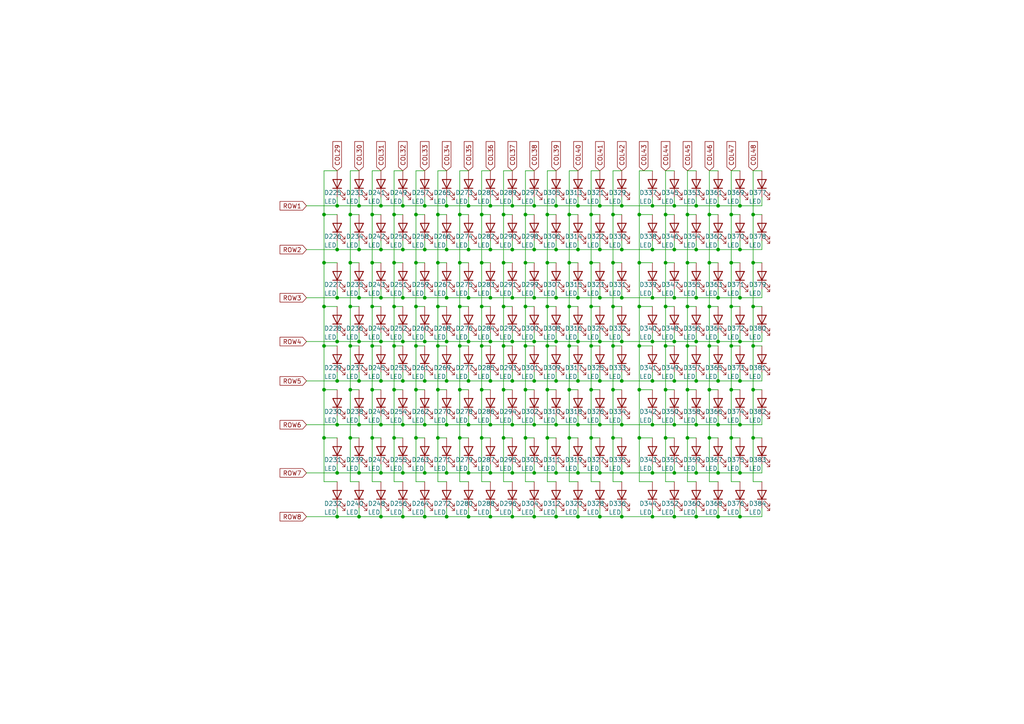
<source format=kicad_sch>
(kicad_sch (version 20211123) (generator eeschema)
  (paper "A4")
  (lib_symbols
    (symbol "Device:LED" (pin_numbers hide) (pin_names (offset 1.016) hide)
      (property "Reference" "D" (at 0 2.54 0))
      (property "Value" "LED" (at 0 -2.54 0))
      (symbol "LED_1_1"
        (pin passive line (at -3.81 0 0) (length 2.54) (name "K") (number "1"))
        (pin passive line (at 3.81 0 180) (length 2.54) (name "A") (number "2"))
      )
    )
  )
  (junction (at 158.75 76.2))
  (junction (at 104.14 123.19))
  (junction (at 127 76.2))
  (junction (at 208.28 99.06))
  (junction (at 104.14 86.36))
  (junction (at 104.14 110.49))
  (junction (at 177.8 127))
  (junction (at 135.89 86.36))
  (junction (at 139.7 113.03))
  (junction (at 123.19 86.36))
  (junction (at 165.1 127))
  (junction (at 212.09 88.9))
  (junction (at 167.64 137.16))
  (junction (at 110.49 149.86))
  (junction (at 208.28 123.19))
  (junction (at 114.3 127))
  (junction (at 133.35 127))
  (junction (at 135.89 59.69))
  (junction (at 135.89 137.16))
  (junction (at 104.14 99.06))
  (junction (at 158.75 113.03))
  (junction (at 177.8 62.23))
  (junction (at 123.19 149.86))
  (junction (at 165.1 62.23))
  (junction (at 212.09 100.33))
  (junction (at 185.42 62.23))
  (junction (at 189.23 72.39))
  (junction (at 167.64 72.39))
  (junction (at 97.79 99.06))
  (junction (at 116.84 72.39))
  (junction (at 154.94 137.16))
  (junction (at 214.63 123.19))
  (junction (at 201.93 137.16))
  (junction (at 193.04 62.23))
  (junction (at 173.99 86.36))
  (junction (at 180.34 86.36))
  (junction (at 152.4 88.9))
  (junction (at 110.49 137.16))
  (junction (at 148.59 86.36))
  (junction (at 123.19 123.19))
  (junction (at 152.4 113.03))
  (junction (at 142.24 86.36))
  (junction (at 123.19 72.39))
  (junction (at 114.3 88.9))
  (junction (at 116.84 123.19))
  (junction (at 161.29 99.06))
  (junction (at 212.09 62.23))
  (junction (at 171.45 100.33))
  (junction (at 205.74 88.9))
  (junction (at 173.99 99.06))
  (junction (at 212.09 113.03))
  (junction (at 133.35 62.23))
  (junction (at 167.64 99.06))
  (junction (at 205.74 62.23))
  (junction (at 93.98 113.03))
  (junction (at 199.39 62.23))
  (junction (at 110.49 72.39))
  (junction (at 193.04 100.33))
  (junction (at 180.34 149.86))
  (junction (at 218.44 88.9))
  (junction (at 120.65 76.2))
  (junction (at 148.59 137.16))
  (junction (at 148.59 123.19))
  (junction (at 195.58 137.16))
  (junction (at 154.94 110.49))
  (junction (at 146.05 113.03))
  (junction (at 193.04 76.2))
  (junction (at 208.28 149.86))
  (junction (at 199.39 127))
  (junction (at 116.84 110.49))
  (junction (at 146.05 100.33))
  (junction (at 205.74 76.2))
  (junction (at 114.3 100.33))
  (junction (at 165.1 76.2))
  (junction (at 123.19 99.06))
  (junction (at 133.35 113.03))
  (junction (at 139.7 62.23))
  (junction (at 142.24 72.39))
  (junction (at 116.84 99.06))
  (junction (at 158.75 62.23))
  (junction (at 185.42 76.2))
  (junction (at 142.24 99.06))
  (junction (at 146.05 127))
  (junction (at 171.45 76.2))
  (junction (at 110.49 110.49))
  (junction (at 148.59 59.69))
  (junction (at 101.6 100.33))
  (junction (at 189.23 86.36))
  (junction (at 161.29 86.36))
  (junction (at 142.24 137.16))
  (junction (at 129.54 59.69))
  (junction (at 120.65 62.23))
  (junction (at 148.59 149.86))
  (junction (at 127 100.33))
  (junction (at 97.79 123.19))
  (junction (at 212.09 76.2))
  (junction (at 93.98 127))
  (junction (at 185.42 100.33))
  (junction (at 101.6 113.03))
  (junction (at 135.89 99.06))
  (junction (at 199.39 76.2))
  (junction (at 97.79 72.39))
  (junction (at 129.54 149.86))
  (junction (at 214.63 137.16))
  (junction (at 148.59 99.06))
  (junction (at 171.45 88.9))
  (junction (at 135.89 110.49))
  (junction (at 107.95 62.23))
  (junction (at 148.59 72.39))
  (junction (at 201.93 149.86))
  (junction (at 97.79 59.69))
  (junction (at 173.99 110.49))
  (junction (at 97.79 86.36))
  (junction (at 199.39 100.33))
  (junction (at 158.75 127))
  (junction (at 116.84 59.69))
  (junction (at 167.64 123.19))
  (junction (at 185.42 88.9))
  (junction (at 104.14 149.86))
  (junction (at 177.8 113.03))
  (junction (at 208.28 72.39))
  (junction (at 148.59 110.49))
  (junction (at 127 62.23))
  (junction (at 154.94 86.36))
  (junction (at 218.44 62.23))
  (junction (at 180.34 110.49))
  (junction (at 195.58 86.36))
  (junction (at 116.84 149.86))
  (junction (at 161.29 59.69))
  (junction (at 114.3 113.03))
  (junction (at 110.49 59.69))
  (junction (at 93.98 62.23))
  (junction (at 173.99 123.19))
  (junction (at 185.42 113.03))
  (junction (at 189.23 99.06))
  (junction (at 201.93 123.19))
  (junction (at 180.34 59.69))
  (junction (at 161.29 110.49))
  (junction (at 201.93 86.36))
  (junction (at 158.75 88.9))
  (junction (at 139.7 88.9))
  (junction (at 107.95 127))
  (junction (at 129.54 72.39))
  (junction (at 165.1 100.33))
  (junction (at 177.8 76.2))
  (junction (at 142.24 110.49))
  (junction (at 101.6 88.9))
  (junction (at 212.09 127))
  (junction (at 152.4 62.23))
  (junction (at 218.44 127))
  (junction (at 101.6 127))
  (junction (at 189.23 137.16))
  (junction (at 123.19 110.49))
  (junction (at 116.84 86.36))
  (junction (at 107.95 100.33))
  (junction (at 189.23 123.19))
  (junction (at 123.19 137.16))
  (junction (at 93.98 76.2))
  (junction (at 129.54 110.49))
  (junction (at 165.1 88.9))
  (junction (at 107.95 88.9))
  (junction (at 171.45 127))
  (junction (at 120.65 113.03))
  (junction (at 208.28 137.16))
  (junction (at 208.28 86.36))
  (junction (at 127 88.9))
  (junction (at 177.8 88.9))
  (junction (at 104.14 137.16))
  (junction (at 189.23 149.86))
  (junction (at 93.98 100.33))
  (junction (at 152.4 100.33))
  (junction (at 104.14 72.39))
  (junction (at 161.29 137.16))
  (junction (at 154.94 59.69))
  (junction (at 154.94 149.86))
  (junction (at 97.79 137.16))
  (junction (at 139.7 100.33))
  (junction (at 154.94 123.19))
  (junction (at 97.79 110.49))
  (junction (at 214.63 110.49))
  (junction (at 171.45 113.03))
  (junction (at 173.99 59.69))
  (junction (at 146.05 62.23))
  (junction (at 214.63 149.86))
  (junction (at 201.93 59.69))
  (junction (at 110.49 123.19))
  (junction (at 173.99 149.86))
  (junction (at 214.63 86.36))
  (junction (at 139.7 127))
  (junction (at 180.34 123.19))
  (junction (at 214.63 99.06))
  (junction (at 193.04 127))
  (junction (at 133.35 100.33))
  (junction (at 127 113.03))
  (junction (at 185.42 127))
  (junction (at 139.7 76.2))
  (junction (at 107.95 113.03))
  (junction (at 208.28 110.49))
  (junction (at 110.49 86.36))
  (junction (at 129.54 137.16))
  (junction (at 114.3 76.2))
  (junction (at 129.54 99.06))
  (junction (at 120.65 100.33))
  (junction (at 154.94 99.06))
  (junction (at 133.35 76.2))
  (junction (at 195.58 59.69))
  (junction (at 171.45 62.23))
  (junction (at 133.35 88.9))
  (junction (at 180.34 99.06))
  (junction (at 193.04 113.03))
  (junction (at 173.99 72.39))
  (junction (at 189.23 59.69))
  (junction (at 205.74 113.03))
  (junction (at 180.34 137.16))
  (junction (at 189.23 110.49))
  (junction (at 214.63 72.39))
  (junction (at 218.44 100.33))
  (junction (at 114.3 62.23))
  (junction (at 146.05 88.9))
  (junction (at 195.58 72.39))
  (junction (at 180.34 72.39))
  (junction (at 104.14 59.69))
  (junction (at 110.49 99.06))
  (junction (at 158.75 100.33))
  (junction (at 142.24 59.69))
  (junction (at 135.89 149.86))
  (junction (at 218.44 113.03))
  (junction (at 218.44 76.2))
  (junction (at 167.64 86.36))
  (junction (at 101.6 62.23))
  (junction (at 123.19 59.69))
  (junction (at 199.39 113.03))
  (junction (at 142.24 149.86))
  (junction (at 195.58 149.86))
  (junction (at 214.63 59.69))
  (junction (at 135.89 72.39))
  (junction (at 97.79 149.86))
  (junction (at 154.94 72.39))
  (junction (at 161.29 123.19))
  (junction (at 129.54 123.19))
  (junction (at 129.54 86.36))
  (junction (at 167.64 110.49))
  (junction (at 195.58 123.19))
  (junction (at 177.8 100.33))
  (junction (at 165.1 113.03))
  (junction (at 152.4 76.2))
  (junction (at 127 127))
  (junction (at 152.4 127))
  (junction (at 195.58 110.49))
  (junction (at 173.99 137.16))
  (junction (at 201.93 99.06))
  (junction (at 167.64 59.69))
  (junction (at 201.93 110.49))
  (junction (at 135.89 123.19))
  (junction (at 120.65 88.9))
  (junction (at 167.64 149.86))
  (junction (at 193.04 88.9))
  (junction (at 93.98 88.9))
  (junction (at 116.84 137.16))
  (junction (at 101.6 76.2))
  (junction (at 161.29 72.39))
  (junction (at 142.24 123.19))
  (junction (at 161.29 149.86))
  (junction (at 205.74 127))
  (junction (at 107.95 76.2))
  (junction (at 199.39 88.9))
  (junction (at 120.65 127))
  (junction (at 195.58 99.06))
  (junction (at 146.05 76.2))
  (junction (at 201.93 72.39))
  (junction (at 205.74 100.33))
  (junction (at 208.28 59.69))
  (wire (pts (xy 158.75 76.2) (xy 161.29 76.2)))
  (wire (pts (xy 148.59 149.86) (xy 148.59 147.32)))
  (wire (pts (xy 177.8 127) (xy 177.8 139.7)))
  (wire (pts (xy 189.23 134.62) (xy 189.23 137.16)))
  (wire (pts (xy 107.95 88.9) (xy 110.49 88.9)))
  (wire (pts (xy 142.24 134.62) (xy 142.24 137.16)))
  (wire (pts (xy 142.24 107.95) (xy 142.24 110.49)))
  (wire (pts (xy 97.79 139.7) (xy 93.98 139.7)))
  (wire (pts (xy 88.9 123.19) (xy 97.79 123.19)))
  (wire (pts (xy 208.28 72.39) (xy 208.28 69.85)))
  (wire (pts (xy 218.44 139.7) (xy 218.44 127)))
  (wire (pts (xy 214.63 59.69) (xy 220.98 59.69)))
  (wire (pts (xy 201.93 107.95) (xy 201.93 110.49)))
  (wire (pts (xy 104.14 123.19) (xy 104.14 120.65)))
  (wire (pts (xy 177.8 100.33) (xy 180.34 100.33)))
  (wire (pts (xy 180.34 110.49) (xy 189.23 110.49)))
  (wire (pts (xy 158.75 100.33) (xy 158.75 88.9)))
  (wire (pts (xy 120.65 127) (xy 120.65 113.03)))
  (wire (pts (xy 218.44 76.2) (xy 218.44 62.23)))
  (wire (pts (xy 110.49 107.95) (xy 110.49 110.49)))
  (wire (pts (xy 173.99 123.19) (xy 173.99 120.65)))
  (wire (pts (xy 107.95 62.23) (xy 110.49 62.23)))
  (wire (pts (xy 97.79 83.82) (xy 97.79 86.36)))
  (wire (pts (xy 208.28 86.36) (xy 214.63 86.36)))
  (wire (pts (xy 120.65 100.33) (xy 123.19 100.33)))
  (wire (pts (xy 114.3 113.03) (xy 114.3 100.33)))
  (wire (pts (xy 107.95 62.23) (xy 107.95 49.53)))
  (wire (pts (xy 205.74 76.2) (xy 205.74 62.23)))
  (wire (pts (xy 171.45 113.03) (xy 171.45 127)))
  (wire (pts (xy 101.6 76.2) (xy 101.6 62.23)))
  (wire (pts (xy 158.75 127) (xy 158.75 113.03)))
  (wire (pts (xy 152.4 100.33) (xy 152.4 113.03)))
  (wire (pts (xy 171.45 139.7) (xy 173.99 139.7)))
  (wire (pts (xy 129.54 110.49) (xy 135.89 110.49)))
  (wire (pts (xy 161.29 137.16) (xy 167.64 137.16)))
  (wire (pts (xy 142.24 49.53) (xy 139.7 49.53)))
  (wire (pts (xy 148.59 134.62) (xy 148.59 137.16)))
  (wire (pts (xy 214.63 72.39) (xy 220.98 72.39)))
  (wire (pts (xy 201.93 123.19) (xy 201.93 120.65)))
  (wire (pts (xy 133.35 88.9) (xy 133.35 76.2)))
  (wire (pts (xy 97.79 149.86) (xy 104.14 149.86)))
  (wire (pts (xy 167.64 123.19) (xy 173.99 123.19)))
  (wire (pts (xy 135.89 123.19) (xy 142.24 123.19)))
  (wire (pts (xy 110.49 123.19) (xy 110.49 120.65)))
  (wire (pts (xy 195.58 86.36) (xy 201.93 86.36)))
  (wire (pts (xy 167.64 139.7) (xy 165.1 139.7)))
  (wire (pts (xy 205.74 100.33) (xy 208.28 100.33)))
  (wire (pts (xy 135.89 99.06) (xy 142.24 99.06)))
  (wire (pts (xy 116.84 57.15) (xy 116.84 59.69)))
  (wire (pts (xy 185.42 88.9) (xy 189.23 88.9)))
  (wire (pts (xy 101.6 76.2) (xy 104.14 76.2)))
  (wire (pts (xy 208.28 149.86) (xy 214.63 149.86)))
  (wire (pts (xy 93.98 62.23) (xy 93.98 49.53)))
  (wire (pts (xy 154.94 123.19) (xy 161.29 123.19)))
  (wire (pts (xy 201.93 59.69) (xy 208.28 59.69)))
  (wire (pts (xy 167.64 110.49) (xy 173.99 110.49)))
  (wire (pts (xy 133.35 49.53) (xy 135.89 49.53)))
  (wire (pts (xy 173.99 99.06) (xy 180.34 99.06)))
  (wire (pts (xy 116.84 86.36) (xy 123.19 86.36)))
  (wire (pts (xy 148.59 59.69) (xy 154.94 59.69)))
  (wire (pts (xy 218.44 127) (xy 218.44 113.03)))
  (wire (pts (xy 199.39 100.33) (xy 199.39 88.9)))
  (wire (pts (xy 193.04 76.2) (xy 195.58 76.2)))
  (wire (pts (xy 214.63 99.06) (xy 220.98 99.06)))
  (wire (pts (xy 107.95 100.33) (xy 110.49 100.33)))
  (wire (pts (xy 214.63 99.06) (xy 214.63 96.52)))
  (wire (pts (xy 120.65 76.2) (xy 123.19 76.2)))
  (wire (pts (xy 165.1 127) (xy 165.1 113.03)))
  (wire (pts (xy 180.34 99.06) (xy 189.23 99.06)))
  (wire (pts (xy 152.4 62.23) (xy 152.4 76.2)))
  (wire (pts (xy 107.95 127) (xy 107.95 113.03)))
  (wire (pts (xy 193.04 139.7) (xy 193.04 127)))
  (wire (pts (xy 142.24 99.06) (xy 148.59 99.06)))
  (wire (pts (xy 120.65 62.23) (xy 120.65 49.53)))
  (wire (pts (xy 116.84 107.95) (xy 116.84 110.49)))
  (wire (pts (xy 208.28 123.19) (xy 214.63 123.19)))
  (wire (pts (xy 189.23 59.69) (xy 195.58 59.69)))
  (wire (pts (xy 199.39 76.2) (xy 201.93 76.2)))
  (wire (pts (xy 148.59 57.15) (xy 148.59 59.69)))
  (wire (pts (xy 135.89 57.15) (xy 135.89 59.69)))
  (wire (pts (xy 220.98 99.06) (xy 220.98 96.52)))
  (wire (pts (xy 127 127) (xy 129.54 127)))
  (wire (pts (xy 214.63 123.19) (xy 220.98 123.19)))
  (wire (pts (xy 97.79 134.62) (xy 97.79 137.16)))
  (wire (pts (xy 218.44 100.33) (xy 220.98 100.33)))
  (wire (pts (xy 142.24 149.86) (xy 148.59 149.86)))
  (wire (pts (xy 173.99 123.19) (xy 180.34 123.19)))
  (wire (pts (xy 161.29 99.06) (xy 167.64 99.06)))
  (wire (pts (xy 104.14 149.86) (xy 110.49 149.86)))
  (wire (pts (xy 110.49 83.82) (xy 110.49 86.36)))
  (wire (pts (xy 110.49 123.19) (xy 116.84 123.19)))
  (wire (pts (xy 212.09 76.2) (xy 214.63 76.2)))
  (wire (pts (xy 180.34 57.15) (xy 180.34 59.69)))
  (wire (pts (xy 139.7 88.9) (xy 142.24 88.9)))
  (wire (pts (xy 139.7 113.03) (xy 139.7 100.33)))
  (wire (pts (xy 107.95 127) (xy 110.49 127)))
  (wire (pts (xy 110.49 99.06) (xy 110.49 96.52)))
  (wire (pts (xy 218.44 113.03) (xy 220.98 113.03)))
  (wire (pts (xy 199.39 113.03) (xy 201.93 113.03)))
  (wire (pts (xy 135.89 99.06) (xy 135.89 96.52)))
  (wire (pts (xy 205.74 62.23) (xy 208.28 62.23)))
  (wire (pts (xy 173.99 149.86) (xy 173.99 147.32)))
  (wire (pts (xy 93.98 100.33) (xy 93.98 88.9)))
  (wire (pts (xy 97.79 110.49) (xy 104.14 110.49)))
  (wire (pts (xy 212.09 62.23) (xy 212.09 49.53)))
  (wire (pts (xy 208.28 110.49) (xy 214.63 110.49)))
  (wire (pts (xy 218.44 76.2) (xy 220.98 76.2)))
  (wire (pts (xy 167.64 107.95) (xy 167.64 110.49)))
  (wire (pts (xy 135.89 123.19) (xy 135.89 120.65)))
  (wire (pts (xy 104.14 139.7) (xy 101.6 139.7)))
  (wire (pts (xy 104.14 99.06) (xy 110.49 99.06)))
  (wire (pts (xy 101.6 127) (xy 104.14 127)))
  (wire (pts (xy 93.98 127) (xy 97.79 127)))
  (wire (pts (xy 212.09 88.9) (xy 214.63 88.9)))
  (wire (pts (xy 107.95 113.03) (xy 107.95 100.33)))
  (wire (pts (xy 116.84 99.06) (xy 123.19 99.06)))
  (wire (pts (xy 185.42 76.2) (xy 185.42 62.23)))
  (wire (pts (xy 189.23 83.82) (xy 189.23 86.36)))
  (wire (pts (xy 189.23 72.39) (xy 189.23 69.85)))
  (wire (pts (xy 123.19 107.95) (xy 123.19 110.49)))
  (wire (pts (xy 199.39 127) (xy 199.39 113.03)))
  (wire (pts (xy 205.74 49.53) (xy 208.28 49.53)))
  (wire (pts (xy 110.49 59.69) (xy 116.84 59.69)))
  (wire (pts (xy 135.89 83.82) (xy 135.89 86.36)))
  (wire (pts (xy 161.29 72.39) (xy 161.29 69.85)))
  (wire (pts (xy 123.19 123.19) (xy 123.19 120.65)))
  (wire (pts (xy 180.34 134.62) (xy 180.34 137.16)))
  (wire (pts (xy 139.7 62.23) (xy 142.24 62.23)))
  (wire (pts (xy 129.54 139.7) (xy 127 139.7)))
  (wire (pts (xy 158.75 127) (xy 161.29 127)))
  (wire (pts (xy 173.99 57.15) (xy 173.99 59.69)))
  (wire (pts (xy 123.19 134.62) (xy 123.19 137.16)))
  (wire (pts (xy 123.19 149.86) (xy 123.19 147.32)))
  (wire (pts (xy 195.58 137.16) (xy 201.93 137.16)))
  (wire (pts (xy 142.24 57.15) (xy 142.24 59.69)))
  (wire (pts (xy 212.09 49.53) (xy 214.63 49.53)))
  (wire (pts (xy 177.8 76.2) (xy 180.34 76.2)))
  (wire (pts (xy 167.64 99.06) (xy 173.99 99.06)))
  (wire (pts (xy 116.84 123.19) (xy 123.19 123.19)))
  (wire (pts (xy 193.04 62.23) (xy 193.04 49.53)))
  (wire (pts (xy 152.4 139.7) (xy 154.94 139.7)))
  (wire (pts (xy 185.42 139.7) (xy 185.42 127)))
  (wire (pts (xy 146.05 49.53) (xy 148.59 49.53)))
  (wire (pts (xy 201.93 86.36) (xy 208.28 86.36)))
  (wire (pts (xy 88.9 86.36) (xy 97.79 86.36)))
  (wire (pts (xy 142.24 59.69) (xy 148.59 59.69)))
  (wire (pts (xy 129.54 57.15) (xy 129.54 59.69)))
  (wire (pts (xy 148.59 110.49) (xy 154.94 110.49)))
  (wire (pts (xy 212.09 88.9) (xy 212.09 76.2)))
  (wire (pts (xy 173.99 99.06) (xy 173.99 96.52)))
  (wire (pts (xy 127 88.9) (xy 129.54 88.9)))
  (wire (pts (xy 104.14 149.86) (xy 104.14 147.32)))
  (wire (pts (xy 208.28 149.86) (xy 208.28 147.32)))
  (wire (pts (xy 139.7 49.53) (xy 139.7 62.23)))
  (wire (pts (xy 154.94 134.62) (xy 154.94 137.16)))
  (wire (pts (xy 123.19 86.36) (xy 129.54 86.36)))
  (wire (pts (xy 104.14 86.36) (xy 110.49 86.36)))
  (wire (pts (xy 101.6 100.33) (xy 101.6 88.9)))
  (wire (pts (xy 158.75 88.9) (xy 161.29 88.9)))
  (wire (pts (xy 173.99 134.62) (xy 173.99 137.16)))
  (wire (pts (xy 195.58 99.06) (xy 201.93 99.06)))
  (wire (pts (xy 195.58 72.39) (xy 195.58 69.85)))
  (wire (pts (xy 218.44 62.23) (xy 218.44 49.53)))
  (wire (pts (xy 199.39 76.2) (xy 199.39 62.23)))
  (wire (pts (xy 193.04 88.9) (xy 195.58 88.9)))
  (wire (pts (xy 171.45 62.23) (xy 171.45 76.2)))
  (wire (pts (xy 152.4 127) (xy 152.4 139.7)))
  (wire (pts (xy 205.74 113.03) (xy 208.28 113.03)))
  (wire (pts (xy 161.29 59.69) (xy 167.64 59.69)))
  (wire (pts (xy 127 49.53) (xy 129.54 49.53)))
  (wire (pts (xy 171.45 62.23) (xy 173.99 62.23)))
  (wire (pts (xy 88.9 72.39) (xy 97.79 72.39)))
  (wire (pts (xy 180.34 72.39) (xy 180.34 69.85)))
  (wire (pts (xy 107.95 76.2) (xy 110.49 76.2)))
  (wire (pts (xy 177.8 127) (xy 180.34 127)))
  (wire (pts (xy 193.04 127) (xy 195.58 127)))
  (wire (pts (xy 148.59 99.06) (xy 148.59 96.52)))
  (wire (pts (xy 177.8 100.33) (xy 177.8 113.03)))
  (wire (pts (xy 116.84 83.82) (xy 116.84 86.36)))
  (wire (pts (xy 146.05 76.2) (xy 146.05 62.23)))
  (wire (pts (xy 148.59 123.19) (xy 148.59 120.65)))
  (wire (pts (xy 167.64 86.36) (xy 173.99 86.36)))
  (wire (pts (xy 189.23 72.39) (xy 195.58 72.39)))
  (wire (pts (xy 146.05 88.9) (xy 148.59 88.9)))
  (wire (pts (xy 218.44 88.9) (xy 218.44 76.2)))
  (wire (pts (xy 161.29 83.82) (xy 161.29 86.36)))
  (wire (pts (xy 152.4 127) (xy 154.94 127)))
  (wire (pts (xy 161.29 139.7) (xy 158.75 139.7)))
  (wire (pts (xy 123.19 99.06) (xy 129.54 99.06)))
  (wire (pts (xy 93.98 88.9) (xy 93.98 76.2)))
  (wire (pts (xy 104.14 57.15) (xy 104.14 59.69)))
  (wire (pts (xy 171.45 100.33) (xy 171.45 113.03)))
  (wire (pts (xy 212.09 100.33) (xy 214.63 100.33)))
  (wire (pts (xy 116.84 134.62) (xy 116.84 137.16)))
  (wire (pts (xy 158.75 113.03) (xy 158.75 100.33)))
  (wire (pts (xy 173.99 86.36) (xy 180.34 86.36)))
  (wire (pts (xy 148.59 139.7) (xy 146.05 139.7)))
  (wire (pts (xy 110.49 110.49) (xy 116.84 110.49)))
  (wire (pts (xy 214.63 72.39) (xy 214.63 69.85)))
  (wire (pts (xy 116.84 110.49) (xy 123.19 110.49)))
  (wire (pts (xy 116.84 139.7) (xy 114.3 139.7)))
  (wire (pts (xy 101.6 49.53) (xy 104.14 49.53)))
  (wire (pts (xy 104.14 99.06) (xy 104.14 96.52)))
  (wire (pts (xy 185.42 113.03) (xy 185.42 100.33)))
  (wire (pts (xy 104.14 72.39) (xy 104.14 69.85)))
  (wire (pts (xy 135.89 72.39) (xy 135.89 69.85)))
  (wire (pts (xy 161.29 134.62) (xy 161.29 137.16)))
  (wire (pts (xy 133.35 100.33) (xy 135.89 100.33)))
  (wire (pts (xy 148.59 86.36) (xy 154.94 86.36)))
  (wire (pts (xy 114.3 88.9) (xy 116.84 88.9)))
  (wire (pts (xy 133.35 76.2) (xy 135.89 76.2)))
  (wire (pts (xy 165.1 76.2) (xy 165.1 62.23)))
  (wire (pts (xy 208.28 59.69) (xy 214.63 59.69)))
  (wire (pts (xy 212.09 127) (xy 214.63 127)))
  (wire (pts (xy 185.42 88.9) (xy 185.42 76.2)))
  (wire (pts (xy 201.93 99.06) (xy 201.93 96.52)))
  (wire (pts (xy 205.74 76.2) (xy 208.28 76.2)))
  (wire (pts (xy 142.24 110.49) (xy 148.59 110.49)))
  (wire (pts (xy 177.8 113.03) (xy 180.34 113.03)))
  (wire (pts (xy 201.93 137.16) (xy 208.28 137.16)))
  (wire (pts (xy 88.9 149.86) (xy 97.79 149.86)))
  (wire (pts (xy 199.39 49.53) (xy 201.93 49.53)))
  (wire (pts (xy 171.45 49.53) (xy 171.45 62.23)))
  (wire (pts (xy 123.19 72.39) (xy 123.19 69.85)))
  (wire (pts (xy 120.65 76.2) (xy 120.65 62.23)))
  (wire (pts (xy 171.45 76.2) (xy 173.99 76.2)))
  (wire (pts (xy 123.19 110.49) (xy 129.54 110.49)))
  (wire (pts (xy 146.05 62.23) (xy 146.05 49.53)))
  (wire (pts (xy 205.74 88.9) (xy 205.74 76.2)))
  (wire (pts (xy 195.58 59.69) (xy 201.93 59.69)))
  (wire (pts (xy 127 113.03) (xy 129.54 113.03)))
  (wire (pts (xy 208.28 137.16) (xy 214.63 137.16)))
  (wire (pts (xy 180.34 86.36) (xy 189.23 86.36)))
  (wire (pts (xy 220.98 72.39) (xy 220.98 69.85)))
  (wire (pts (xy 189.23 123.19) (xy 195.58 123.19)))
  (wire (pts (xy 114.3 113.03) (xy 116.84 113.03)))
  (wire (pts (xy 139.7 113.03) (xy 142.24 113.03)))
  (wire (pts (xy 148.59 137.16) (xy 154.94 137.16)))
  (wire (pts (xy 218.44 49.53) (xy 220.98 49.53)))
  (wire (pts (xy 93.98 76.2) (xy 93.98 62.23)))
  (wire (pts (xy 93.98 139.7) (xy 93.98 127)))
  (wire (pts (xy 148.59 72.39) (xy 148.59 69.85)))
  (wire (pts (xy 195.58 72.39) (xy 201.93 72.39)))
  (wire (pts (xy 110.49 134.62) (xy 110.49 137.16)))
  (wire (pts (xy 220.98 149.86) (xy 220.98 147.32)))
  (wire (pts (xy 158.75 62.23) (xy 161.29 62.23)))
  (wire (pts (xy 142.24 127) (xy 139.7 127)))
  (wire (pts (xy 214.63 86.36) (xy 220.98 86.36)))
  (wire (pts (xy 154.94 149.86) (xy 154.94 147.32)))
  (wire (pts (xy 129.54 72.39) (xy 129.54 69.85)))
  (wire (pts (xy 120.65 62.23) (xy 123.19 62.23)))
  (wire (pts (xy 165.1 113.03) (xy 165.1 100.33)))
  (wire (pts (xy 180.34 83.82) (xy 180.34 86.36)))
  (wire (pts (xy 93.98 62.23) (xy 97.79 62.23)))
  (wire (pts (xy 97.79 137.16) (xy 104.14 137.16)))
  (wire (pts (xy 195.58 134.62) (xy 195.58 137.16)))
  (wire (pts (xy 165.1 127) (xy 167.64 127)))
  (wire (pts (xy 139.7 139.7) (xy 142.24 139.7)))
  (wire (pts (xy 146.05 100.33) (xy 148.59 100.33)))
  (wire (pts (xy 158.75 76.2) (xy 158.75 62.23)))
  (wire (pts (xy 158.75 100.33) (xy 161.29 100.33)))
  (wire (pts (xy 158.75 113.03) (xy 161.29 113.03)))
  (wire (pts (xy 116.84 59.69) (xy 123.19 59.69)))
  (wire (pts (xy 110.49 149.86) (xy 110.49 147.32)))
  (wire (pts (xy 133.35 100.33) (xy 133.35 88.9)))
  (wire (pts (xy 195.58 149.86) (xy 201.93 149.86)))
  (wire (pts (xy 142.24 72.39) (xy 142.24 69.85)))
  (wire (pts (xy 171.45 100.33) (xy 173.99 100.33)))
  (wire (pts (xy 116.84 72.39) (xy 116.84 69.85)))
  (wire (pts (xy 201.93 149.86) (xy 201.93 147.32)))
  (wire (pts (xy 193.04 127) (xy 193.04 113.03)))
  (wire (pts (xy 148.59 99.06) (xy 154.94 99.06)))
  (wire (pts (xy 133.35 127) (xy 135.89 127)))
  (wire (pts (xy 195.58 139.7) (xy 193.04 139.7)))
  (wire (pts (xy 189.23 107.95) (xy 189.23 110.49)))
  (wire (pts (xy 104.14 134.62) (xy 104.14 137.16)))
  (wire (pts (xy 114.3 100.33) (xy 114.3 88.9)))
  (wire (pts (xy 142.24 137.16) (xy 148.59 137.16)))
  (wire (pts (xy 154.94 57.15) (xy 154.94 59.69)))
  (wire (pts (xy 101.6 88.9) (xy 104.14 88.9)))
  (wire (pts (xy 101.6 113.03) (xy 101.6 100.33)))
  (wire (pts (xy 195.58 110.49) (xy 201.93 110.49)))
  (wire (pts (xy 195.58 57.15) (xy 195.58 59.69)))
  (wire (pts (xy 97.79 86.36) (xy 104.14 86.36)))
  (wire (pts (xy 167.64 123.19) (xy 167.64 120.65)))
  (wire (pts (xy 129.54 59.69) (xy 135.89 59.69)))
  (wire (pts (xy 171.45 88.9) (xy 173.99 88.9)))
  (wire (pts (xy 142.24 123.19) (xy 148.59 123.19)))
  (wire (pts (xy 208.28 99.06) (xy 214.63 99.06)))
  (wire (pts (xy 135.89 149.86) (xy 135.89 147.32)))
  (wire (pts (xy 171.45 88.9) (xy 171.45 100.33)))
  (wire (pts (xy 133.35 76.2) (xy 133.35 62.23)))
  (wire (pts (xy 201.93 139.7) (xy 199.39 139.7)))
  (wire (pts (xy 129.54 149.86) (xy 135.89 149.86)))
  (wire (pts (xy 104.14 137.16) (xy 110.49 137.16)))
  (wire (pts (xy 133.35 139.7) (xy 133.35 127)))
  (wire (pts (xy 180.34 123.19) (xy 189.23 123.19)))
  (wire (pts (xy 189.23 99.06) (xy 189.23 96.52)))
  (wire (pts (xy 199.39 62.23) (xy 199.39 49.53)))
  (wire (pts (xy 158.75 139.7) (xy 158.75 127)))
  (wire (pts (xy 129.54 86.36) (xy 135.89 86.36)))
  (wire (pts (xy 154.94 107.95) (xy 154.94 110.49)))
  (wire (pts (xy 193.04 100.33) (xy 193.04 88.9)))
  (wire (pts (xy 195.58 107.95) (xy 195.58 110.49)))
  (wire (pts (xy 189.23 57.15) (xy 189.23 59.69)))
  (wire (pts (xy 212.09 62.23) (xy 214.63 62.23)))
  (wire (pts (xy 214.63 83.82) (xy 214.63 86.36)))
  (wire (pts (xy 110.49 149.86) (xy 116.84 149.86)))
  (wire (pts (xy 193.04 88.9) (xy 193.04 76.2)))
  (wire (pts (xy 214.63 149.86) (xy 220.98 149.86)))
  (wire (pts (xy 129.54 72.39) (xy 135.89 72.39)))
  (wire (pts (xy 120.65 113.03) (xy 123.19 113.03)))
  (wire (pts (xy 129.54 83.82) (xy 129.54 86.36)))
  (wire (pts (xy 152.4 113.03) (xy 154.94 113.03)))
  (wire (pts (xy 93.98 113.03) (xy 93.98 100.33)))
  (wire (pts (xy 127 62.23) (xy 127 49.53)))
  (wire (pts (xy 161.29 123.19) (xy 167.64 123.19)))
  (wire (pts (xy 193.04 76.2) (xy 193.04 62.23)))
  (wire (pts (xy 171.45 76.2) (xy 171.45 88.9)))
  (wire (pts (xy 161.29 107.95) (xy 161.29 110.49)))
  (wire (pts (xy 120.65 100.33) (xy 120.65 88.9)))
  (wire (pts (xy 185.42 76.2) (xy 189.23 76.2)))
  (wire (pts (xy 177.8 113.03) (xy 177.8 127)))
  (wire (pts (xy 101.6 100.33) (xy 104.14 100.33)))
  (wire (pts (xy 133.35 62.23) (xy 135.89 62.23)))
  (wire (pts (xy 154.94 86.36) (xy 161.29 86.36)))
  (wire (pts (xy 123.19 99.06) (xy 123.19 96.52)))
  (wire (pts (xy 107.95 88.9) (xy 107.95 76.2)))
  (wire (pts (xy 195.58 83.82) (xy 195.58 86.36)))
  (wire (pts (xy 146.05 127) (xy 146.05 113.03)))
  (wire (pts (xy 97.79 149.86) (xy 97.79 147.32)))
  (wire (pts (xy 214.63 123.19) (xy 214.63 120.65)))
  (wire (pts (xy 104.14 107.95) (xy 104.14 110.49)))
  (wire (pts (xy 220.98 57.15) (xy 220.98 59.69)))
  (wire (pts (xy 127 88.9) (xy 127 76.2)))
  (wire (pts (xy 146.05 100.33) (xy 146.05 88.9)))
  (wire (pts (xy 165.1 113.03) (xy 167.64 113.03)))
  (wire (pts (xy 148.59 107.95) (xy 148.59 110.49)))
  (wire (pts (xy 167.64 137.16) (xy 173.99 137.16)))
  (wire (pts (xy 218.44 113.03) (xy 218.44 100.33)))
  (wire (pts (xy 127 76.2) (xy 127 62.23)))
  (wire (pts (xy 218.44 127) (xy 220.98 127)))
  (wire (pts (xy 173.99 59.69) (xy 180.34 59.69)))
  (wire (pts (xy 171.45 127) (xy 171.45 139.7)))
  (wire (pts (xy 135.89 86.36) (xy 142.24 86.36)))
  (wire (pts (xy 167.64 149.86) (xy 167.64 147.32)))
  (wire (pts (xy 101.6 139.7) (xy 101.6 127)))
  (wire (pts (xy 205.74 62.23) (xy 205.74 49.53)))
  (wire (pts (xy 171.45 127) (xy 173.99 127)))
  (wire (pts (xy 152.4 76.2) (xy 152.4 88.9)))
  (wire (pts (xy 104.14 123.19) (xy 110.49 123.19)))
  (wire (pts (xy 165.1 100.33) (xy 167.64 100.33)))
  (wire (pts (xy 139.7 100.33) (xy 142.24 100.33)))
  (wire (pts (xy 116.84 123.19) (xy 116.84 120.65)))
  (wire (pts (xy 110.49 137.16) (xy 116.84 137.16)))
  (wire (pts (xy 129.54 99.06) (xy 135.89 99.06)))
  (wire (pts (xy 180.34 107.95) (xy 180.34 110.49)))
  (wire (pts (xy 93.98 100.33) (xy 97.79 100.33)))
  (wire (pts (xy 154.94 99.06) (xy 161.29 99.06)))
  (wire (pts (xy 127 113.03) (xy 127 100.33)))
  (wire (pts (xy 165.1 88.9) (xy 167.64 88.9)))
  (wire (pts (xy 148.59 149.86) (xy 154.94 149.86)))
  (wire (pts (xy 154.94 123.19) (xy 154.94 120.65)))
  (wire (pts (xy 107.95 139.7) (xy 107.95 127)))
  (wire (pts (xy 146.05 113.03) (xy 148.59 113.03)))
  (wire (pts (xy 93.98 88.9) (xy 97.79 88.9)))
  (wire (pts (xy 127 100.33) (xy 129.54 100.33)))
  (wire (pts (xy 154.94 149.86) (xy 161.29 149.86)))
  (wire (pts (xy 165.1 62.23) (xy 167.64 62.23)))
  (wire (pts (xy 120.65 139.7) (xy 120.65 127)))
  (wire (pts (xy 212.09 113.03) (xy 214.63 113.03)))
  (wire (pts (xy 201.93 57.15) (xy 201.93 59.69)))
  (wire (pts (xy 97.79 57.15) (xy 97.79 59.69)))
  (wire (pts (xy 133.35 127) (xy 133.35 113.03)))
  (wire (pts (xy 180.34 99.06) (xy 180.34 96.52)))
  (wire (pts (xy 114.3 76.2) (xy 116.84 76.2)))
  (wire (pts (xy 173.99 110.49) (xy 180.34 110.49)))
  (wire (pts (xy 154.94 72.39) (xy 154.94 69.85)))
  (wire (pts (xy 208.28 123.19) (xy 208.28 120.65)))
  (wire (pts (xy 195.58 99.06) (xy 195.58 96.52)))
  (wire (pts (xy 139.7 88.9) (xy 139.7 76.2)))
  (wire (pts (xy 123.19 123.19) (xy 129.54 123.19)))
  (wire (pts (xy 214.63 110.49) (xy 220.98 110.49)))
  (wire (pts (xy 142.24 86.36) (xy 148.59 86.36)))
  (wire (pts (xy 173.99 49.53) (xy 171.45 49.53)))
  (wire (pts (xy 146.05 62.23) (xy 148.59 62.23)))
  (wire (pts (xy 97.79 72.39) (xy 104.14 72.39)))
  (wire (pts (xy 101.6 113.03) (xy 104.14 113.03)))
  (wire (pts (xy 167.64 83.82) (xy 167.64 86.36)))
  (wire (pts (xy 214.63 139.7) (xy 212.09 139.7)))
  (wire (pts (xy 88.9 99.06) (xy 97.79 99.06)))
  (wire (pts (xy 180.34 123.19) (xy 180.34 120.65)))
  (wire (pts (xy 127 62.23) (xy 129.54 62.23)))
  (wire (pts (xy 114.3 139.7) (xy 114.3 127)))
  (wire (pts (xy 205.74 88.9) (xy 208.28 88.9)))
  (wire (pts (xy 148.59 83.82) (xy 148.59 86.36)))
  (wire (pts (xy 220.98 123.19) (xy 220.98 120.65)))
  (wire (pts (xy 152.4 113.03) (xy 152.4 127)))
  (wire (pts (xy 123.19 139.7) (xy 120.65 139.7)))
  (wire (pts (xy 129.54 123.19) (xy 135.89 123.19)))
  (wire (pts (xy 104.14 110.49) (xy 110.49 110.49)))
  (wire (pts (xy 97.79 107.95) (xy 97.79 110.49)))
  (wire (pts (xy 161.29 72.39) (xy 167.64 72.39)))
  (wire (pts (xy 110.49 57.15) (xy 110.49 59.69)))
  (wire (pts (xy 93.98 127) (xy 93.98 113.03)))
  (wire (pts (xy 177.8 62.23) (xy 180.34 62.23)))
  (wire (pts (xy 167.64 72.39) (xy 173.99 72.39)))
  (wire (pts (xy 123.19 59.69) (xy 129.54 59.69)))
  (wire (pts (xy 142.24 149.86) (xy 142.24 147.32)))
  (wire (pts (xy 93.98 49.53) (xy 97.79 49.53)))
  (wire (pts (xy 114.3 62.23) (xy 114.3 49.53)))
  (wire (pts (xy 201.93 123.19) (xy 208.28 123.19)))
  (wire (pts (xy 199.39 62.23) (xy 201.93 62.23)))
  (wire (pts (xy 146.05 113.03) (xy 146.05 100.33)))
  (wire (pts (xy 218.44 100.33) (xy 218.44 88.9)))
  (wire (pts (xy 154.94 49.53) (xy 152.4 49.53)))
  (wire (pts (xy 110.49 72.39) (xy 116.84 72.39)))
  (wire (pts (xy 185.42 62.23) (xy 185.42 49.53)))
  (wire (pts (xy 158.75 62.23) (xy 158.75 49.53)))
  (wire (pts (xy 199.39 88.9) (xy 199.39 76.2)))
  (wire (pts (xy 123.19 137.16) (xy 129.54 137.16)))
  (wire (pts (xy 135.89 59.69) (xy 142.24 59.69)))
  (wire (pts (xy 189.23 139.7) (xy 185.42 139.7)))
  (wire (pts (xy 133.35 62.23) (xy 133.35 49.53)))
  (wire (pts (xy 220.98 107.95) (xy 220.98 110.49)))
  (wire (pts (xy 177.8 62.23) (xy 177.8 76.2)))
  (wire (pts (xy 123.19 57.15) (xy 123.19 59.69)))
  (wire (pts (xy 173.99 72.39) (xy 180.34 72.39)))
  (wire (pts (xy 127 100.33) (xy 127 88.9)))
  (wire (pts (xy 208.28 99.06) (xy 208.28 96.52)))
  (wire (pts (xy 120.65 88.9) (xy 120.65 76.2)))
  (wire (pts (xy 205.74 100.33) (xy 205.74 88.9)))
  (wire (pts (xy 193.04 113.03) (xy 195.58 113.03)))
  (wire (pts (xy 139.7 100.33) (xy 139.7 88.9)))
  (wire (pts (xy 199.39 113.03) (xy 199.39 100.33)))
  (wire (pts (xy 205.74 113.03) (xy 205.74 100.33)))
  (wire (pts (xy 110.49 72.39) (xy 110.49 69.85)))
  (wire (pts (xy 152.4 62.23) (xy 154.94 62.23)))
  (wire (pts (xy 199.39 127) (xy 201.93 127)))
  (wire (pts (xy 208.28 83.82) (xy 208.28 86.36)))
  (wire (pts (xy 129.54 134.62) (xy 129.54 137.16)))
  (wire (pts (xy 146.05 127) (xy 148.59 127)))
  (wire (pts (xy 152.4 88.9) (xy 152.4 100.33)))
  (wire (pts (xy 154.94 110.49) (xy 161.29 110.49)))
  (wire (pts (xy 180.34 149.86) (xy 189.23 149.86)))
  (wire (pts (xy 154.94 83.82) (xy 154.94 86.36)))
  (wire (pts (xy 135.89 134.62) (xy 135.89 137.16)))
  (wire (pts (xy 185.42 62.23) (xy 189.23 62.23)))
  (wire (pts (xy 161.29 149.86) (xy 161.29 147.32)))
  (wire (pts (xy 139.7 62.23) (xy 139.7 76.2)))
  (wire (pts (xy 205.74 139.7) (xy 205.74 127)))
  (wire (pts (xy 114.3 127) (xy 114.3 113.03)))
  (wire (pts (xy 142.24 83.82) (xy 142.24 86.36)))
  (wire (pts (xy 201.93 72.39) (xy 208.28 72.39)))
  (wire (pts (xy 208.28 139.7) (xy 205.74 139.7)))
  (wire (pts (xy 114.3 76.2) (xy 114.3 62.23)))
  (wire (pts (xy 165.1 76.2) (xy 167.64 76.2)))
  (wire (pts (xy 193.04 100.33) (xy 195.58 100.33)))
  (wire (pts (xy 167.64 99.06) (xy 167.64 96.52)))
  (wire (pts (xy 161.29 86.36) (xy 167.64 86.36)))
  (wire (pts (xy 129.54 99.06) (xy 129.54 96.52)))
  (wire (pts (xy 129.54 107.95) (xy 129.54 110.49)))
  (wire (pts (xy 180.34 149.86) (xy 180.34 147.32)))
  (wire (pts (xy 146.05 76.2) (xy 148.59 76.2)))
  (wire (pts (xy 152.4 88.9) (xy 154.94 88.9)))
  (wire (pts (xy 189.23 149.86) (xy 189.23 147.32)))
  (wire (pts (xy 107.95 113.03) (xy 110.49 113.03)))
  (wire (pts (xy 205.74 127) (xy 205.74 113.03)))
  (wire (pts (xy 173.99 83.82) (xy 173.99 86.36)))
  (wire (pts (xy 97.79 99.06) (xy 104.14 99.06)))
  (wire (pts (xy 135.89 107.95) (xy 135.89 110.49)))
  (wire (pts (xy 146.05 88.9) (xy 146.05 76.2)))
  (wire (pts (xy 165.1 62.23) (xy 165.1 49.53)))
  (wire (pts (xy 201.93 110.49) (xy 208.28 110.49)))
  (wire (pts (xy 154.94 59.69) (xy 161.29 59.69)))
  (wire (pts (xy 214.63 57.15) (xy 214.63 59.69)))
  (wire (pts (xy 120.65 49.53) (xy 123.19 49.53)))
  (wire (pts (xy 193.04 49.53) (xy 195.58 49.53)))
  (wire (pts (xy 135.89 149.86) (xy 142.24 149.86)))
  (wire (pts (xy 173.99 72.39) (xy 173.99 69.85)))
  (wire (pts (xy 152.4 49.53) (xy 152.4 62.23)))
  (wire (pts (xy 135.89 110.49) (xy 142.24 110.49)))
  (wire (pts (xy 154.94 99.06) (xy 154.94 96.52)))
  (wire (pts (xy 154.94 72.39) (xy 161.29 72.39)))
  (wire (pts (xy 201.93 83.82) (xy 201.93 86.36)))
  (wire (pts (xy 107.95 76.2) (xy 107.95 62.23)))
  (wire (pts (xy 101.6 127) (xy 101.6 113.03)))
  (wire (pts (xy 173.99 107.95) (xy 173.99 110.49)))
  (wire (pts (xy 173.99 137.16) (xy 180.34 137.16)))
  (wire (pts (xy 135.89 72.39) (xy 142.24 72.39)))
  (wire (pts (xy 185.42 49.53) (xy 189.23 49.53)))
  (wire (pts (xy 195.58 149.86) (xy 195.58 147.32)))
  (wire (pts (xy 199.39 100.33) (xy 201.93 100.33)))
  (wire (pts (xy 152.4 100.33) (xy 154.94 100.33)))
  (wire (pts (xy 165.1 49.53) (xy 167.64 49.53)))
  (wire (pts (xy 101.6 62.23) (xy 101.6 49.53)))
  (wire (pts (xy 180.34 72.39) (xy 189.23 72.39)))
  (wire (pts (xy 220.98 134.62) (xy 220.98 137.16)))
  (wire (pts (xy 146.05 139.7) (xy 146.05 127)))
  (wire (pts (xy 88.9 110.49) (xy 97.79 110.49)))
  (wire (pts (xy 97.79 72.39) (xy 97.79 69.85)))
  (wire (pts (xy 116.84 99.06) (xy 116.84 96.52)))
  (wire (pts (xy 193.04 62.23) (xy 195.58 62.23)))
  (wire (pts (xy 127 139.7) (xy 127 127)))
  (wire (pts (xy 161.29 110.49) (xy 167.64 110.49)))
  (wire (pts (xy 114.3 49.53) (xy 116.84 49.53)))
  (wire (pts (xy 185.42 100.33) (xy 189.23 100.33)))
  (wire (pts (xy 167.64 57.15) (xy 167.64 59.69)))
  (wire (pts (xy 208.28 107.95) (xy 208.28 110.49)))
  (wire (pts (xy 135.89 139.7) (xy 133.35 139.7)))
  (wire (pts (xy 142.24 99.06) (xy 142.24 96.52)))
  (wire (pts (xy 152.4 76.2) (xy 154.94 76.2)))
  (wire (pts (xy 127 127) (xy 127 113.03)))
  (wire (pts (xy 133.35 113.03) (xy 133.35 100.33)))
  (wire (pts (xy 161.29 57.15) (xy 161.29 59.69)))
  (wire (pts (xy 161.29 149.86) (xy 167.64 149.86)))
  (wire (pts (xy 212.09 76.2) (xy 212.09 62.23)))
  (wire (pts (xy 167.64 149.86) (xy 173.99 149.86)))
  (wire (pts (xy 177.8 76.2) (xy 177.8 88.9)))
  (wire (pts (xy 214.63 134.62) (xy 214.63 137.16)))
  (wire (pts (xy 195.58 123.19) (xy 201.93 123.19)))
  (wire (pts (xy 123.19 149.86) (xy 129.54 149.86)))
  (wire (pts (xy 214.63 107.95) (xy 214.63 110.49)))
  (wire (pts (xy 114.3 127) (xy 116.84 127)))
  (wire (pts (xy 201.93 99.06) (xy 208.28 99.06)))
  (wire (pts (xy 212.09 139.7) (xy 212.09 127)))
  (wire (pts (xy 185.42 100.33) (xy 185.42 88.9)))
  (wire (pts (xy 97.79 123.19) (xy 104.14 123.19)))
  (wire (pts (xy 116.84 149.86) (xy 123.19 149.86)))
  (wire (pts (xy 114.3 88.9) (xy 114.3 76.2)))
  (wire (pts (xy 104.14 72.39) (xy 110.49 72.39)))
  (wire (pts (xy 201.93 134.62) (xy 201.93 137.16)))
  (wire (pts (xy 120.65 88.9) (xy 123.19 88.9)))
  (wire (pts (xy 110.49 86.36) (xy 116.84 86.36)))
  (wire (pts (xy 201.93 149.86) (xy 208.28 149.86)))
  (wire (pts (xy 97.79 59.69) (xy 104.14 59.69)))
  (wire (pts (xy 116.84 72.39) (xy 123.19 72.39)))
  (wire (pts (xy 177.8 88.9) (xy 177.8 100.33)))
  (wire (pts (xy 167.64 59.69) (xy 173.99 59.69)))
  (wire (pts (xy 88.9 59.69) (xy 97.79 59.69)))
  (wire (pts (xy 195.58 123.19) (xy 195.58 120.65)))
  (wire (pts (xy 104.14 83.82) (xy 104.14 86.36)))
  (wire (pts (xy 214.63 149.86) (xy 214.63 147.32)))
  (wire (pts (xy 107.95 100.33) (xy 107.95 88.9)))
  (wire (pts (xy 133.35 88.9) (xy 135.89 88.9)))
  (wire (pts (xy 189.23 99.06) (xy 195.58 99.06)))
  (wire (pts (xy 205.74 127) (xy 208.28 127)))
  (wire (pts (xy 173.99 149.86) (xy 180.34 149.86)))
  (wire (pts (xy 201.93 72.39) (xy 201.93 69.85)))
  (wire (pts (xy 148.59 123.19) (xy 154.94 123.19)))
  (wire (pts (xy 193.04 113.03) (xy 193.04 100.33)))
  (wire (pts (xy 218.44 62.23) (xy 220.98 62.23)))
  (wire (pts (xy 104.14 59.69) (xy 110.49 59.69)))
  (wire (pts (xy 220.98 83.82) (xy 220.98 86.36)))
  (wire (pts (xy 110.49 139.7) (xy 107.95 139.7)))
  (wire (pts (xy 127 76.2) (xy 129.54 76.2)))
  (wire (pts (xy 189.23 123.19) (xy 189.23 120.65)))
  (wire (pts (xy 161.29 123.19) (xy 161.29 120.65)))
  (wire (pts (xy 208.28 72.39) (xy 214.63 72.39)))
  (wire (pts (xy 189.23 86.36) (xy 195.58 86.36)))
  (wire (pts (xy 171.45 113.03) (xy 173.99 113.03)))
  (wire (pts (xy 212.09 127) (xy 212.09 113.03)))
  (wire (pts (xy 158.75 49.53) (xy 161.29 49.53)))
  (wire (pts (xy 167.64 72.39) (xy 167.64 69.85)))
  (wire (pts (xy 97.79 99.06) (xy 97.79 96.52)))
  (wire (pts (xy 114.3 62.23) (xy 116.84 62.23)))
  (wire (pts (xy 154.94 137.16) (xy 161.29 137.16)))
  (wire (pts (xy 107.95 49.53) (xy 110.49 49.53)))
  (wire (pts (xy 139.7 127) (xy 139.7 113.03)))
  (wire (pts (xy 214.63 137.16) (xy 220.98 137.16)))
  (wire (pts (xy 177.8 49.53) (xy 177.8 62.23)))
  (wire (pts (xy 220.98 139.7) (xy 218.44 139.7)))
  (wire (pts (xy 114.3 100.33) (xy 116.84 100.33)))
  (wire (pts (xy 180.34 49.53) (xy 177.8 49.53)))
  (wire (pts (xy 180.34 137.16) (xy 189.23 137.16)))
  (wire (pts (xy 165.1 139.7) (xy 165.1 127)))
  (wire (pts (xy 189.23 149.86) (xy 195.58 149.86)))
  (wire (pts (xy 165.1 100.33) (xy 165.1 88.9)))
  (wire (pts (xy 93.98 113.03) (xy 97.79 113.03)))
  (wire (pts (xy 142.24 72.39) (xy 148.59 72.39)))
  (wire (pts (xy 148.59 72.39) (xy 154.94 72.39)))
  (wire (pts (xy 129.54 149.86) (xy 129.54 147.32)))
  (wire (pts (xy 101.6 62.23) (xy 104.14 62.23)))
  (wire (pts (xy 189.23 137.16) (xy 195.58 137.16)))
  (wire (pts (xy 167.64 134.62) (xy 167.64 137.16)))
  (wire (pts (xy 139.7 76.2) (xy 142.24 76.2)))
  (wire (pts (xy 133.35 113.03) (xy 135.89 113.03)))
  (wire (pts (xy 101.6 88.9) (xy 101.6 76.2)))
  (wire (pts (xy 129.54 137.16) (xy 135.89 137.16)))
  (wire (pts (xy 212.09 100.33) (xy 212.09 88.9)))
  (wire (pts (xy 199.39 88.9) (xy 201.93 88.9)))
  (wire (pts (xy 185.42 127) (xy 185.42 113.03)))
  (wire (pts (xy 165.1 88.9) (xy 165.1 76.2)))
  (wire (pts (xy 208.28 57.15) (xy 208.28 59.69)))
  (wire (pts (xy 212.09 113.03) (xy 212.09 100.33)))
  (wire (pts (xy 116.84 149.86) (xy 116.84 147.32)))
  (wire (pts (xy 185.42 113.03) (xy 189.23 113.03)))
  (wire (pts (xy 93.98 76.2) (xy 97.79 76.2)))
  (wire (pts (xy 142.24 123.19) (xy 142.24 120.65)))
  (wire (pts (xy 180.34 59.69) (xy 189.23 59.69)))
  (wire (pts (xy 88.9 137.16) (xy 97.79 137.16)))
  (wire (pts (xy 199.39 139.7) (xy 199.39 127)))
  (wire (pts (xy 129.54 123.19) (xy 129.54 120.65)))
  (wire (pts (xy 110.49 99.06) (xy 116.84 99.06)))
  (wire (pts (xy 123.19 72.39) (xy 129.54 72.39)))
  (wire (pts (xy 97.79 123.19) (xy 97.79 120.65)))
  (wire (pts (xy 177.8 139.7) (xy 180.34 139.7)))
  (wire (pts (xy 135.89 137.16) (xy 142.24 137.16)))
  (wire (pts (xy 189.23 110.49) (xy 195.58 110.49)))
  (wire (pts (xy 218.44 88.9) (xy 220.98 88.9)))
  (wire (pts (xy 123.19 83.82) (xy 123.19 86.36)))
  (wire (pts (xy 158.75 88.9) (xy 158.75 76.2)))
  (wire (pts (xy 208.28 134.62) (xy 208.28 137.16)))
  (wire (pts (xy 120.65 127) (xy 123.19 127)))
  (wire (pts (xy 116.84 137.16) (xy 123.19 137.16)))
  (wire (pts (xy 120.65 113.03) (xy 120.65 100.33)))
  (wire (pts (xy 185.42 127) (xy 189.23 127)))
  (wire (pts (xy 139.7 127) (xy 139.7 139.7)))
  (wire (pts (xy 161.29 99.06) (xy 161.29 96.52)))
  (wire (pts (xy 177.8 88.9) (xy 180.34 88.9)))
  (global_label "ROW4" (shape input) (at 88.9 99.06 180) (property "Intersheet References" "${INTERSHEET_REFS}" (effects hide)))
  (global_label "COL31" (shape input) (at 110.49 49.53 90) (property "Intersheet References" "${INTERSHEET_REFS}" (effects hide)))
  (global_label "COL35" (shape input) (at 135.89 49.53 90) (property "Intersheet References" "${INTERSHEET_REFS}" (effects hide)))
  (global_label "ROW6" (shape input) (at 88.9 123.19 180) (property "Intersheet References" "${INTERSHEET_REFS}" (effects hide)))
  (global_label "COL38" (shape input) (at 154.94 49.53 90) (property "Intersheet References" "${INTERSHEET_REFS}" (effects hide)))
  (global_label "COL41" (shape input) (at 173.99 49.53 90) (property "Intersheet References" "${INTERSHEET_REFS}" (effects hide)))
  (global_label "ROW2" (shape input) (at 88.9 72.39 180) (property "Intersheet References" "${INTERSHEET_REFS}" (effects hide)))
  (global_label "ROW3" (shape input) (at 88.9 86.36 180) (property "Intersheet References" "${INTERSHEET_REFS}" (effects hide)))
  (global_label "COL40" (shape input) (at 167.64 49.53 90) (property "Intersheet References" "${INTERSHEET_REFS}" (effects hide)))
  (global_label "COL32" (shape input) (at 116.84 49.53 90) (property "Intersheet References" "${INTERSHEET_REFS}" (effects hide)))
  (global_label "COL44" (shape input) (at 193.04 49.53 90) (property "Intersheet References" "${INTERSHEET_REFS}" (effects hide)))
  (global_label "COL43" (shape input) (at 186.69 49.53 90) (property "Intersheet References" "${INTERSHEET_REFS}" (effects hide)))
  (global_label "COL34" (shape input) (at 129.54 49.53 90) (property "Intersheet References" "${INTERSHEET_REFS}" (effects hide)))
  (global_label "COL37" (shape input) (at 148.59 49.53 90) (property "Intersheet References" "${INTERSHEET_REFS}" (effects hide)))
  (global_label "COL42" (shape input) (at 180.34 49.53 90) (property "Intersheet References" "${INTERSHEET_REFS}" (effects hide)))
  (global_label "ROW7" (shape input) (at 88.9 137.16 180) (property "Intersheet References" "${INTERSHEET_REFS}" (effects hide)))
  (global_label "ROW5" (shape input) (at 88.9 110.49 180) (property "Intersheet References" "${INTERSHEET_REFS}" (effects hide)))
  (global_label "COL45" (shape input) (at 199.39 49.53 90) (property "Intersheet References" "${INTERSHEET_REFS}" (effects hide)))
  (global_label "COL39" (shape input) (at 161.29 49.53 90) (property "Intersheet References" "${INTERSHEET_REFS}" (effects hide)))
  (global_label "COL29" (shape input) (at 97.79 49.53 90) (property "Intersheet References" "${INTERSHEET_REFS}" (effects hide)))
  (global_label "ROW8" (shape input) (at 88.9 149.86 180) (property "Intersheet References" "${INTERSHEET_REFS}" (effects hide)))
  (global_label "ROW1" (shape input) (at 88.9 59.69 180) (property "Intersheet References" "${INTERSHEET_REFS}" (effects hide)))
  (global_label "COL47" (shape input) (at 212.09 49.53 90) (property "Intersheet References" "${INTERSHEET_REFS}" (effects hide)))
  (global_label "COL30" (shape input) (at 104.14 49.53 90) (property "Intersheet References" "${INTERSHEET_REFS}" (effects hide)))
  (global_label "COL36" (shape input) (at 142.24 49.53 90) (property "Intersheet References" "${INTERSHEET_REFS}" (effects hide)))
  (global_label "COL46" (shape input) (at 205.74 49.53 90) (property "Intersheet References" "${INTERSHEET_REFS}" (effects hide)))
  (global_label "COL48" (shape input) (at 218.44 49.53 90) (property "Intersheet References" "${INTERSHEET_REFS}" (effects hide)))
  (global_label "COL33" (shape input) (at 123.19 49.53 90) (property "Intersheet References" "${INTERSHEET_REFS}" (effects hide)))
  (symbol (lib_id "Device:LED") (at 110.49 80.01 90) (unit 1)
    (property "Reference" "D243" (at 106.68 82.55 90) (effects (justify right)))
    (property "Value" "LED" (at 106.68 85.09 90) (effects (justify right)))
    (property "Footprint" "LED_SMD:LED_0805_2012Metric" (effects hide))
  )
  (symbol (lib_id "Device:LED") (at 116.84 80.01 90) (unit 1)
    (property "Reference" "D251" (at 113.03 82.55 90) (effects (justify right)))
    (property "Value" "LED" (at 113.03 85.09 90) (effects (justify right)))
    (property "Footprint" "LED_SMD:LED_0805_2012Metric" (effects hide))
  )
  (symbol (lib_id "Device:LED") (at 135.89 92.71 90) (unit 1)
    (property "Reference" "D276" (at 132.08 95.25 90) (effects (justify right)))
    (property "Value" "LED" (at 132.08 97.79 90) (effects (justify right)))
    (property "Footprint" "LED_SMD:LED_0805_2012Metric" (effects hide))
  )
  (symbol (lib_id "Device:LED") (at 161.29 143.51 90) (unit 1)
    (property "Reference" "D312" (at 157.48 146.05 90) (effects (justify right)))
    (property "Value" "LED" (at 157.48 148.59 90) (effects (justify right)))
    (property "Footprint" "LED_SMD:LED_0805_2012Metric" (effects hide))
  )
  (symbol (lib_id "Device:LED") (at 167.64 116.84 90) (unit 1)
    (property "Reference" "D318" (at 163.83 119.38 90) (effects (justify right)))
    (property "Value" "LED" (at 163.83 121.92 90) (effects (justify right)))
    (property "Footprint" "LED_SMD:LED_0805_2012Metric" (effects hide))
  )
  (symbol (lib_id "Device:LED") (at 123.19 116.84 90) (unit 1)
    (property "Reference" "D262" (at 119.38 119.38 90) (effects (justify right)))
    (property "Value" "LED" (at 119.38 121.92 90) (effects (justify right)))
    (property "Footprint" "LED_SMD:LED_0805_2012Metric" (effects hide))
  )
  (symbol (lib_id "Device:LED") (at 173.99 130.81 90) (unit 1)
    (property "Reference" "D327" (at 170.18 133.35 90) (effects (justify right)))
    (property "Value" "LED" (at 170.18 135.89 90) (effects (justify right)))
    (property "Footprint" "LED_SMD:LED_0805_2012Metric" (effects hide))
  )
  (symbol (lib_id "Device:LED") (at 167.64 130.81 90) (unit 1)
    (property "Reference" "D319" (at 163.83 133.35 90) (effects (justify right)))
    (property "Value" "LED" (at 163.83 135.89 90) (effects (justify right)))
    (property "Footprint" "LED_SMD:LED_0805_2012Metric" (effects hide))
  )
  (symbol (lib_id "Device:LED") (at 220.98 66.04 90) (unit 1)
    (property "Reference" "D378" (at 217.17 68.58 90) (effects (justify right)))
    (property "Value" "LED" (at 217.17 71.12 90) (effects (justify right)))
    (property "Footprint" "LED_SMD:LED_0805_2012Metric" (effects hide))
  )
  (symbol (lib_id "Device:LED") (at 167.64 53.34 90) (unit 1)
    (property "Reference" "D313" (at 163.83 55.88 90) (effects (justify right)))
    (property "Value" "LED" (at 163.83 58.42 90) (effects (justify right)))
    (property "Footprint" "LED_SMD:LED_0805_2012Metric" (effects hide))
  )
  (symbol (lib_id "Device:LED") (at 180.34 80.01 90) (unit 1)
    (property "Reference" "D331" (at 176.53 82.55 90) (effects (justify right)))
    (property "Value" "LED" (at 176.53 85.09 90) (effects (justify right)))
    (property "Footprint" "LED_SMD:LED_0805_2012Metric" (effects hide))
  )
  (symbol (lib_id "Device:LED") (at 161.29 66.04 90) (unit 1)
    (property "Reference" "D306" (at 157.48 68.58 90) (effects (justify right)))
    (property "Value" "LED" (at 157.48 71.12 90) (effects (justify right)))
    (property "Footprint" "LED_SMD:LED_0805_2012Metric" (effects hide))
  )
  (symbol (lib_id "Device:LED") (at 167.64 66.04 90) (unit 1)
    (property "Reference" "D314" (at 163.83 68.58 90) (effects (justify right)))
    (property "Value" "LED" (at 163.83 71.12 90) (effects (justify right)))
    (property "Footprint" "LED_SMD:LED_0805_2012Metric" (effects hide))
  )
  (symbol (lib_id "Device:LED") (at 180.34 104.14 90) (unit 1)
    (property "Reference" "D333" (at 176.53 106.68 90) (effects (justify right)))
    (property "Value" "LED" (at 176.53 109.22 90) (effects (justify right)))
    (property "Footprint" "LED_SMD:LED_0805_2012Metric" (effects hide))
  )
  (symbol (lib_id "Device:LED") (at 97.79 66.04 90) (unit 1)
    (property "Reference" "D226" (at 93.98 68.58 90) (effects (justify right)))
    (property "Value" "LED" (at 93.98 71.12 90) (effects (justify right)))
    (property "Footprint" "LED_SMD:LED_0805_2012Metric" (effects hide))
  )
  (symbol (lib_id "Device:LED") (at 129.54 116.84 90) (unit 1)
    (property "Reference" "D270" (at 125.73 119.38 90) (effects (justify right)))
    (property "Value" "LED" (at 125.73 121.92 90) (effects (justify right)))
    (property "Footprint" "LED_SMD:LED_0805_2012Metric" (effects hide))
  )
  (symbol (lib_id "Device:LED") (at 104.14 80.01 90) (unit 1)
    (property "Reference" "D235" (at 100.33 82.55 90) (effects (justify right)))
    (property "Value" "LED" (at 100.33 85.09 90) (effects (justify right)))
    (property "Footprint" "LED_SMD:LED_0805_2012Metric" (effects hide))
  )
  (symbol (lib_id "Device:LED") (at 97.79 104.14 90) (unit 1)
    (property "Reference" "D229" (at 93.98 106.68 90) (effects (justify right)))
    (property "Value" "LED" (at 93.98 109.22 90) (effects (justify right)))
    (property "Footprint" "LED_SMD:LED_0805_2012Metric" (effects hide))
  )
  (symbol (lib_id "Device:LED") (at 104.14 143.51 90) (unit 1)
    (property "Reference" "D240" (at 100.33 146.05 90) (effects (justify right)))
    (property "Value" "LED" (at 100.33 148.59 90) (effects (justify right)))
    (property "Footprint" "LED_SMD:LED_0805_2012Metric" (effects hide))
  )
  (symbol (lib_id "Device:LED") (at 189.23 53.34 90) (unit 1)
    (property "Reference" "D337" (at 185.42 55.88 90) (effects (justify right)))
    (property "Value" "LED" (at 185.42 58.42 90) (effects (justify right)))
    (property "Footprint" "LED_SMD:LED_0805_2012Metric" (effects hide))
  )
  (symbol (lib_id "Device:LED") (at 110.49 53.34 90) (unit 1)
    (property "Reference" "D241" (at 106.68 55.88 90) (effects (justify right)))
    (property "Value" "LED" (at 106.68 58.42 90) (effects (justify right)))
    (property "Footprint" "LED_SMD:LED_0805_2012Metric" (effects hide))
  )
  (symbol (lib_id "Device:LED") (at 201.93 143.51 90) (unit 1)
    (property "Reference" "D360" (at 198.12 146.05 90) (effects (justify right)))
    (property "Value" "LED" (at 198.12 148.59 90) (effects (justify right)))
    (property "Footprint" "LED_SMD:LED_0805_2012Metric" (effects hide))
  )
  (symbol (lib_id "Device:LED") (at 142.24 116.84 90) (unit 1)
    (property "Reference" "D286" (at 138.43 119.38 90) (effects (justify right)))
    (property "Value" "LED" (at 138.43 121.92 90) (effects (justify right)))
    (property "Footprint" "LED_SMD:LED_0805_2012Metric" (effects hide))
  )
  (symbol (lib_id "Device:LED") (at 129.54 143.51 90) (unit 1)
    (property "Reference" "D272" (at 125.73 146.05 90) (effects (justify right)))
    (property "Value" "LED" (at 125.73 148.59 90) (effects (justify right)))
    (property "Footprint" "LED_SMD:LED_0805_2012Metric" (effects hide))
  )
  (symbol (lib_id "Device:LED") (at 154.94 66.04 90) (unit 1)
    (property "Reference" "D298" (at 151.13 68.58 90) (effects (justify right)))
    (property "Value" "LED" (at 151.13 71.12 90) (effects (justify right)))
    (property "Footprint" "LED_SMD:LED_0805_2012Metric" (effects hide))
  )
  (symbol (lib_id "Device:LED") (at 116.84 66.04 90) (unit 1)
    (property "Reference" "D250" (at 113.03 68.58 90) (effects (justify right)))
    (property "Value" "LED" (at 113.03 71.12 90) (effects (justify right)))
    (property "Footprint" "LED_SMD:LED_0805_2012Metric" (effects hide))
  )
  (symbol (lib_id "Device:LED") (at 161.29 116.84 90) (unit 1)
    (property "Reference" "D310" (at 157.48 119.38 90) (effects (justify right)))
    (property "Value" "LED" (at 157.48 121.92 90) (effects (justify right)))
    (property "Footprint" "LED_SMD:LED_0805_2012Metric" (effects hide))
  )
  (symbol (lib_id "Device:LED") (at 167.64 92.71 90) (unit 1)
    (property "Reference" "D316" (at 163.83 95.25 90) (effects (justify right)))
    (property "Value" "LED" (at 163.83 97.79 90) (effects (justify right)))
    (property "Footprint" "LED_SMD:LED_0805_2012Metric" (effects hide))
  )
  (symbol (lib_id "Device:LED") (at 180.34 53.34 90) (unit 1)
    (property "Reference" "D329" (at 176.53 55.88 90) (effects (justify right)))
    (property "Value" "LED" (at 176.53 58.42 90) (effects (justify right)))
    (property "Footprint" "LED_SMD:LED_0805_2012Metric" (effects hide))
  )
  (symbol (lib_id "Device:LED") (at 110.49 116.84 90) (unit 1)
    (property "Reference" "D246" (at 106.68 119.38 90) (effects (justify right)))
    (property "Value" "LED" (at 106.68 121.92 90) (effects (justify right)))
    (property "Footprint" "LED_SMD:LED_0805_2012Metric" (effects hide))
  )
  (symbol (lib_id "Device:LED") (at 129.54 53.34 90) (unit 1)
    (property "Reference" "D265" (at 125.73 55.88 90) (effects (justify right)))
    (property "Value" "LED" (at 125.73 58.42 90) (effects (justify right)))
    (property "Footprint" "LED_SMD:LED_0805_2012Metric" (effects hide))
  )
  (symbol (lib_id "Device:LED") (at 148.59 143.51 90) (unit 1)
    (property "Reference" "D296" (at 144.78 146.05 90) (effects (justify right)))
    (property "Value" "LED" (at 144.78 148.59 90) (effects (justify right)))
    (property "Footprint" "LED_SMD:LED_0805_2012Metric" (effects hide))
  )
  (symbol (lib_id "Device:LED") (at 173.99 92.71 90) (unit 1)
    (property "Reference" "D324" (at 170.18 95.25 90) (effects (justify right)))
    (property "Value" "LED" (at 170.18 97.79 90) (effects (justify right)))
    (property "Footprint" "LED_SMD:LED_0805_2012Metric" (effects hide))
  )
  (symbol (lib_id "Device:LED") (at 142.24 80.01 90) (unit 1)
    (property "Reference" "D283" (at 138.43 82.55 90) (effects (justify right)))
    (property "Value" "LED" (at 138.43 85.09 90) (effects (justify right)))
    (property "Footprint" "LED_SMD:LED_0805_2012Metric" (effects hide))
  )
  (symbol (lib_id "Device:LED") (at 142.24 130.81 90) (unit 1)
    (property "Reference" "D287" (at 138.43 133.35 90) (effects (justify right)))
    (property "Value" "LED" (at 138.43 135.89 90) (effects (justify right)))
    (property "Footprint" "LED_SMD:LED_0805_2012Metric" (effects hide))
  )
  (symbol (lib_id "Device:LED") (at 201.93 80.01 90) (unit 1)
    (property "Reference" "D355" (at 198.12 82.55 90) (effects (justify right)))
    (property "Value" "LED" (at 198.12 85.09 90) (effects (justify right)))
    (property "Footprint" "LED_SMD:LED_0805_2012Metric" (effects hide))
  )
  (symbol (lib_id "Device:LED") (at 104.14 104.14 90) (unit 1)
    (property "Reference" "D237" (at 100.33 106.68 90) (effects (justify right)))
    (property "Value" "LED" (at 100.33 109.22 90) (effects (justify right)))
    (property "Footprint" "LED_SMD:LED_0805_2012Metric" (effects hide))
  )
  (symbol (lib_id "Device:LED") (at 148.59 53.34 90) (unit 1)
    (property "Reference" "D289" (at 144.78 55.88 90) (effects (justify right)))
    (property "Value" "LED" (at 144.78 58.42 90) (effects (justify right)))
    (property "Footprint" "LED_SMD:LED_0805_2012Metric" (effects hide))
  )
  (symbol (lib_id "Device:LED") (at 97.79 92.71 90) (unit 1)
    (property "Reference" "D228" (at 93.98 95.25 90) (effects (justify right)))
    (property "Value" "LED" (at 93.98 97.79 90) (effects (justify right)))
    (property "Footprint" "LED_SMD:LED_0805_2012Metric" (effects hide))
  )
  (symbol (lib_id "Device:LED") (at 195.58 80.01 90) (unit 1)
    (property "Reference" "D347" (at 191.77 82.55 90) (effects (justify right)))
    (property "Value" "LED" (at 191.77 85.09 90) (effects (justify right)))
    (property "Footprint" "LED_SMD:LED_0805_2012Metric" (effects hide))
  )
  (symbol (lib_id "Device:LED") (at 123.19 143.51 90) (unit 1)
    (property "Reference" "D264" (at 119.38 146.05 90) (effects (justify right)))
    (property "Value" "LED" (at 119.38 148.59 90) (effects (justify right)))
    (property "Footprint" "LED_SMD:LED_0805_2012Metric" (effects hide))
  )
  (symbol (lib_id "Device:LED") (at 135.89 53.34 90) (unit 1)
    (property "Reference" "D273" (at 132.08 55.88 90) (effects (justify right)))
    (property "Value" "LED" (at 132.08 58.42 90) (effects (justify right)))
    (property "Footprint" "LED_SMD:LED_0805_2012Metric" (effects hide))
  )
  (symbol (lib_id "Device:LED") (at 161.29 53.34 90) (unit 1)
    (property "Reference" "D305" (at 157.48 55.88 90) (effects (justify right)))
    (property "Value" "LED" (at 157.48 58.42 90) (effects (justify right)))
    (property "Footprint" "LED_SMD:LED_0805_2012Metric" (effects hide))
  )
  (symbol (lib_id "Device:LED") (at 104.14 53.34 90) (unit 1)
    (property "Reference" "D233" (at 100.33 55.88 90) (effects (justify right)))
    (property "Value" "LED" (at 100.33 58.42 90) (effects (justify right)))
    (property "Footprint" "LED_SMD:LED_0805_2012Metric" (effects hide))
  )
  (symbol (lib_id "Device:LED") (at 173.99 66.04 90) (unit 1)
    (property "Reference" "D322" (at 170.18 68.58 90) (effects (justify right)))
    (property "Value" "LED" (at 170.18 71.12 90) (effects (justify right)))
    (property "Footprint" "LED_SMD:LED_0805_2012Metric" (effects hide))
  )
  (symbol (lib_id "Device:LED") (at 142.24 104.14 90) (unit 1)
    (property "Reference" "D285" (at 138.43 106.68 90) (effects (justify right)))
    (property "Value" "LED" (at 138.43 109.22 90) (effects (justify right)))
    (property "Footprint" "LED_SMD:LED_0805_2012Metric" (effects hide))
  )
  (symbol (lib_id "Device:LED") (at 129.54 104.14 90) (unit 1)
    (property "Reference" "D269" (at 125.73 106.68 90) (effects (justify right)))
    (property "Value" "LED" (at 125.73 109.22 90) (effects (justify right)))
    (property "Footprint" "LED_SMD:LED_0805_2012Metric" (effects hide))
  )
  (symbol (lib_id "Device:LED") (at 154.94 53.34 90) (unit 1)
    (property "Reference" "D297" (at 151.13 55.88 90) (effects (justify right)))
    (property "Value" "LED" (at 151.13 58.42 90) (effects (justify right)))
    (property "Footprint" "LED_SMD:LED_0805_2012Metric" (effects hide))
  )
  (symbol (lib_id "Device:LED") (at 189.23 92.71 90) (unit 1)
    (property "Reference" "D340" (at 185.42 95.25 90) (effects (justify right)))
    (property "Value" "LED" (at 185.42 97.79 90) (effects (justify right)))
    (property "Footprint" "LED_SMD:LED_0805_2012Metric" (effects hide))
  )
  (symbol (lib_id "Device:LED") (at 104.14 66.04 90) (unit 1)
    (property "Reference" "D234" (at 100.33 68.58 90) (effects (justify right)))
    (property "Value" "LED" (at 100.33 71.12 90) (effects (justify right)))
    (property "Footprint" "LED_SMD:LED_0805_2012Metric" (effects hide))
  )
  (symbol (lib_id "Device:LED") (at 220.98 53.34 90) (unit 1)
    (property "Reference" "D377" (at 217.17 55.88 90) (effects (justify right)))
    (property "Value" "LED" (at 217.17 58.42 90) (effects (justify right)))
    (property "Footprint" "LED_SMD:LED_0805_2012Metric" (effects hide))
  )
  (symbol (lib_id "Device:LED") (at 201.93 66.04 90) (unit 1)
    (property "Reference" "D354" (at 198.12 68.58 90) (effects (justify right)))
    (property "Value" "LED" (at 198.12 71.12 90) (effects (justify right)))
    (property "Footprint" "LED_SMD:LED_0805_2012Metric" (effects hide))
  )
  (symbol (lib_id "Device:LED") (at 195.58 53.34 90) (unit 1)
    (property "Reference" "D345" (at 191.77 55.88 90) (effects (justify right)))
    (property "Value" "LED" (at 191.77 58.42 90) (effects (justify right)))
    (property "Footprint" "LED_SMD:LED_0805_2012Metric" (effects hide))
  )
  (symbol (lib_id "Device:LED") (at 123.19 80.01 90) (unit 1)
    (property "Reference" "D259" (at 119.38 82.55 90) (effects (justify right)))
    (property "Value" "LED" (at 119.38 85.09 90) (effects (justify right)))
    (property "Footprint" "LED_SMD:LED_0805_2012Metric" (effects hide))
  )
  (symbol (lib_id "Device:LED") (at 201.93 92.71 90) (unit 1)
    (property "Reference" "D356" (at 198.12 95.25 90) (effects (justify right)))
    (property "Value" "LED" (at 198.12 97.79 90) (effects (justify right)))
    (property "Footprint" "LED_SMD:LED_0805_2012Metric" (effects hide))
  )
  (symbol (lib_id "Device:LED") (at 167.64 80.01 90) (unit 1)
    (property "Reference" "D315" (at 163.83 82.55 90) (effects (justify right)))
    (property "Value" "LED" (at 163.83 85.09 90) (effects (justify right)))
    (property "Footprint" "LED_SMD:LED_0805_2012Metric" (effects hide))
  )
  (symbol (lib_id "Device:LED") (at 110.49 130.81 90) (unit 1)
    (property "Reference" "D247" (at 106.68 133.35 90) (effects (justify right)))
    (property "Value" "LED" (at 106.68 135.89 90) (effects (justify right)))
    (property "Footprint" "LED_SMD:LED_0805_2012Metric" (effects hide))
  )
  (symbol (lib_id "Device:LED") (at 214.63 53.34 90) (unit 1)
    (property "Reference" "D369" (at 210.82 55.88 90) (effects (justify right)))
    (property "Value" "LED" (at 210.82 58.42 90) (effects (justify right)))
    (property "Footprint" "LED_SMD:LED_0805_2012Metric" (effects hide))
  )
  (symbol (lib_id "Device:LED") (at 208.28 53.34 90) (unit 1)
    (property "Reference" "D361" (at 204.47 55.88 90) (effects (justify right)))
    (property "Value" "LED" (at 204.47 58.42 90) (effects (justify right)))
    (property "Footprint" "LED_SMD:LED_0805_2012Metric" (effects hide))
  )
  (symbol (lib_id "Device:LED") (at 148.59 66.04 90) (unit 1)
    (property "Reference" "D290" (at 144.78 68.58 90) (effects (justify right)))
    (property "Value" "LED" (at 144.78 71.12 90) (effects (justify right)))
    (property "Footprint" "LED_SMD:LED_0805_2012Metric" (effects hide))
  )
  (symbol (lib_id "Device:LED") (at 161.29 130.81 90) (unit 1)
    (property "Reference" "D311" (at 157.48 133.35 90) (effects (justify right)))
    (property "Value" "LED" (at 157.48 135.89 90) (effects (justify right)))
    (property "Footprint" "LED_SMD:LED_0805_2012Metric" (effects hide))
  )
  (symbol (lib_id "Device:LED") (at 161.29 80.01 90) (unit 1)
    (property "Reference" "D307" (at 157.48 82.55 90) (effects (justify right)))
    (property "Value" "LED" (at 157.48 85.09 90) (effects (justify right)))
    (property "Footprint" "LED_SMD:LED_0805_2012Metric" (effects hide))
  )
  (symbol (lib_id "Device:LED") (at 208.28 66.04 90) (unit 1)
    (property "Reference" "D362" (at 204.47 68.58 90) (effects (justify right)))
    (property "Value" "LED" (at 204.47 71.12 90) (effects (justify right)))
    (property "Footprint" "LED_SMD:LED_0805_2012Metric" (effects hide))
  )
  (symbol (lib_id "Device:LED") (at 201.93 53.34 90) (unit 1)
    (property "Reference" "D353" (at 198.12 55.88 90) (effects (justify right)))
    (property "Value" "LED" (at 198.12 58.42 90) (effects (justify right)))
    (property "Footprint" "LED_SMD:LED_0805_2012Metric" (effects hide))
  )
  (symbol (lib_id "Device:LED") (at 110.49 104.14 90) (unit 1)
    (property "Reference" "D245" (at 106.68 106.68 90) (effects (justify right)))
    (property "Value" "LED" (at 106.68 109.22 90) (effects (justify right)))
    (property "Footprint" "LED_SMD:LED_0805_2012Metric" (effects hide))
  )
  (symbol (lib_id "Device:LED") (at 220.98 104.14 90) (unit 1)
    (property "Reference" "D381" (at 217.17 106.68 90) (effects (justify right)))
    (property "Value" "LED" (at 217.17 109.22 90) (effects (justify right)))
    (property "Footprint" "LED_SMD:LED_0805_2012Metric" (effects hide))
  )
  (symbol (lib_id "Device:LED") (at 167.64 143.51 90) (unit 1)
    (property "Reference" "D320" (at 163.83 146.05 90) (effects (justify right)))
    (property "Value" "LED" (at 163.83 148.59 90) (effects (justify right)))
    (property "Footprint" "LED_SMD:LED_0805_2012Metric" (effects hide))
  )
  (symbol (lib_id "Device:LED") (at 97.79 130.81 90) (unit 1)
    (property "Reference" "D231" (at 93.98 133.35 90) (effects (justify right)))
    (property "Value" "LED" (at 93.98 135.89 90) (effects (justify right)))
    (property "Footprint" "LED_SMD:LED_0805_2012Metric" (effects hide))
  )
  (symbol (lib_id "Device:LED") (at 104.14 92.71 90) (unit 1)
    (property "Reference" "D236" (at 100.33 95.25 90) (effects (justify right)))
    (property "Value" "LED" (at 100.33 97.79 90) (effects (justify right)))
    (property "Footprint" "LED_SMD:LED_0805_2012Metric" (effects hide))
  )
  (symbol (lib_id "Device:LED") (at 189.23 116.84 90) (unit 1)
    (property "Reference" "D342" (at 185.42 119.38 90) (effects (justify right)))
    (property "Value" "LED" (at 185.42 121.92 90) (effects (justify right)))
    (property "Footprint" "LED_SMD:LED_0805_2012Metric" (effects hide))
  )
  (symbol (lib_id "Device:LED") (at 154.94 130.81 90) (unit 1)
    (property "Reference" "D303" (at 151.13 133.35 90) (effects (justify right)))
    (property "Value" "LED" (at 151.13 135.89 90) (effects (justify right)))
    (property "Footprint" "LED_SMD:LED_0805_2012Metric" (effects hide))
  )
  (symbol (lib_id "Device:LED") (at 129.54 66.04 90) (unit 1)
    (property "Reference" "D266" (at 125.73 68.58 90) (effects (justify right)))
    (property "Value" "LED" (at 125.73 71.12 90) (effects (justify right)))
    (property "Footprint" "LED_SMD:LED_0805_2012Metric" (effects hide))
  )
  (symbol (lib_id "Device:LED") (at 116.84 130.81 90) (unit 1)
    (property "Reference" "D255" (at 113.03 133.35 90) (effects (justify right)))
    (property "Value" "LED" (at 113.03 135.89 90) (effects (justify right)))
    (property "Footprint" "LED_SMD:LED_0805_2012Metric" (effects hide))
  )
  (symbol (lib_id "Device:LED") (at 201.93 104.14 90) (unit 1)
    (property "Reference" "D357" (at 198.12 106.68 90) (effects (justify right)))
    (property "Value" "LED" (at 198.12 109.22 90) (effects (justify right)))
    (property "Footprint" "LED_SMD:LED_0805_2012Metric" (effects hide))
  )
  (symbol (lib_id "Device:LED") (at 208.28 80.01 90) (unit 1)
    (property "Reference" "D363" (at 204.47 82.55 90) (effects (justify right)))
    (property "Value" "LED" (at 204.47 85.09 90) (effects (justify right)))
    (property "Footprint" "LED_SMD:LED_0805_2012Metric" (effects hide))
  )
  (symbol (lib_id "Device:LED") (at 154.94 143.51 90) (unit 1)
    (property "Reference" "D304" (at 151.13 146.05 90) (effects (justify right)))
    (property "Value" "LED" (at 151.13 148.59 90) (effects (justify right)))
    (property "Footprint" "LED_SMD:LED_0805_2012Metric" (effects hide))
  )
  (symbol (lib_id "Device:LED") (at 110.49 143.51 90) (unit 1)
    (property "Reference" "D248" (at 106.68 146.05 90) (effects (justify right)))
    (property "Value" "LED" (at 106.68 148.59 90) (effects (justify right)))
    (property "Footprint" "LED_SMD:LED_0805_2012Metric" (effects hide))
  )
  (symbol (lib_id "Device:LED") (at 97.79 143.51 90) (unit 1)
    (property "Reference" "D232" (at 93.98 146.05 90) (effects (justify right)))
    (property "Value" "LED" (at 93.98 148.59 90) (effects (justify right)))
    (property "Footprint" "LED_SMD:LED_0805_2012Metric" (effects hide))
  )
  (symbol (lib_id "Device:LED") (at 167.64 104.14 90) (unit 1)
    (property "Reference" "D317" (at 163.83 106.68 90) (effects (justify right)))
    (property "Value" "LED" (at 163.83 109.22 90) (effects (justify right)))
    (property "Footprint" "LED_SMD:LED_0805_2012Metric" (effects hide))
  )
  (symbol (lib_id "Device:LED") (at 148.59 92.71 90) (unit 1)
    (property "Reference" "D292" (at 144.78 95.25 90) (effects (justify right)))
    (property "Value" "LED" (at 144.78 97.79 90) (effects (justify right)))
    (property "Footprint" "LED_SMD:LED_0805_2012Metric" (effects hide))
  )
  (symbol (lib_id "Device:LED") (at 129.54 92.71 90) (unit 1)
    (property "Reference" "D268" (at 125.73 95.25 90) (effects (justify right)))
    (property "Value" "LED" (at 125.73 97.79 90) (effects (justify right)))
    (property "Footprint" "LED_SMD:LED_0805_2012Metric" (effects hide))
  )
  (symbol (lib_id "Device:LED") (at 148.59 116.84 90) (unit 1)
    (property "Reference" "D294" (at 144.78 119.38 90) (effects (justify right)))
    (property "Value" "LED" (at 144.78 121.92 90) (effects (justify right)))
    (property "Footprint" "LED_SMD:LED_0805_2012Metric" (effects hide))
  )
  (symbol (lib_id "Device:LED") (at 214.63 66.04 90) (unit 1)
    (property "Reference" "D370" (at 210.82 68.58 90) (effects (justify right)))
    (property "Value" "LED" (at 210.82 71.12 90) (effects (justify right)))
    (property "Footprint" "LED_SMD:LED_0805_2012Metric" (effects hide))
  )
  (symbol (lib_id "Device:LED") (at 135.89 104.14 90) (unit 1)
    (property "Reference" "D277" (at 132.08 106.68 90) (effects (justify right)))
    (property "Value" "LED" (at 132.08 109.22 90) (effects (justify right)))
    (property "Footprint" "LED_SMD:LED_0805_2012Metric" (effects hide))
  )
  (symbol (lib_id "Device:LED") (at 110.49 92.71 90) (unit 1)
    (property "Reference" "D244" (at 106.68 95.25 90) (effects (justify right)))
    (property "Value" "LED" (at 106.68 97.79 90) (effects (justify right)))
    (property "Footprint" "LED_SMD:LED_0805_2012Metric" (effects hide))
  )
  (symbol (lib_id "Device:LED") (at 161.29 104.14 90) (unit 1)
    (property "Reference" "D309" (at 157.48 106.68 90) (effects (justify right)))
    (property "Value" "LED" (at 157.48 109.22 90) (effects (justify right)))
    (property "Footprint" "LED_SMD:LED_0805_2012Metric" (effects hide))
  )
  (symbol (lib_id "Device:LED") (at 189.23 66.04 90) (unit 1)
    (property "Reference" "D338" (at 185.42 68.58 90) (effects (justify right)))
    (property "Value" "LED" (at 185.42 71.12 90) (effects (justify right)))
    (property "Footprint" "LED_SMD:LED_0805_2012Metric" (effects hide))
  )
  (symbol (lib_id "Device:LED") (at 220.98 143.51 90) (unit 1)
    (property "Reference" "D384" (at 217.17 146.05 90) (effects (justify right)))
    (property "Value" "LED" (at 217.17 148.59 90) (effects (justify right)))
    (property "Footprint" "LED_SMD:LED_0805_2012Metric" (effects hide))
  )
  (symbol (lib_id "Device:LED") (at 180.34 92.71 90) (unit 1)
    (property "Reference" "D332" (at 176.53 95.25 90) (effects (justify right)))
    (property "Value" "LED" (at 176.53 97.79 90) (effects (justify right)))
    (property "Footprint" "LED_SMD:LED_0805_2012Metric" (effects hide))
  )
  (symbol (lib_id "Device:LED") (at 154.94 116.84 90) (unit 1)
    (property "Reference" "D302" (at 151.13 119.38 90) (effects (justify right)))
    (property "Value" "LED" (at 151.13 121.92 90) (effects (justify right)))
    (property "Footprint" "LED_SMD:LED_0805_2012Metric" (effects hide))
  )
  (symbol (lib_id "Device:LED") (at 195.58 116.84 90) (unit 1)
    (property "Reference" "D350" (at 191.77 119.38 90) (effects (justify right)))
    (property "Value" "LED" (at 191.77 121.92 90) (effects (justify right)))
    (property "Footprint" "LED_SMD:LED_0805_2012Metric" (effects hide))
  )
  (symbol (lib_id "Device:LED") (at 116.84 116.84 90) (unit 1)
    (property "Reference" "D254" (at 113.03 119.38 90) (effects (justify right)))
    (property "Value" "LED" (at 113.03 121.92 90) (effects (justify right)))
    (property "Footprint" "LED_SMD:LED_0805_2012Metric" (effects hide))
  )
  (symbol (lib_id "Device:LED") (at 214.63 104.14 90) (unit 1)
    (property "Reference" "D373" (at 210.82 106.68 90) (effects (justify right)))
    (property "Value" "LED" (at 210.82 109.22 90) (effects (justify right)))
    (property "Footprint" "LED_SMD:LED_0805_2012Metric" (effects hide))
  )
  (symbol (lib_id "Device:LED") (at 148.59 80.01 90) (unit 1)
    (property "Reference" "D291" (at 144.78 82.55 90) (effects (justify right)))
    (property "Value" "LED" (at 144.78 85.09 90) (effects (justify right)))
    (property "Footprint" "LED_SMD:LED_0805_2012Metric" (effects hide))
  )
  (symbol (lib_id "Device:LED") (at 110.49 66.04 90) (unit 1)
    (property "Reference" "D242" (at 106.68 68.58 90) (effects (justify right)))
    (property "Value" "LED" (at 106.68 71.12 90) (effects (justify right)))
    (property "Footprint" "LED_SMD:LED_0805_2012Metric" (effects hide))
  )
  (symbol (lib_id "Device:LED") (at 123.19 66.04 90) (unit 1)
    (property "Reference" "D258" (at 119.38 68.58 90) (effects (justify right)))
    (property "Value" "LED" (at 119.38 71.12 90) (effects (justify right)))
    (property "Footprint" "LED_SMD:LED_0805_2012Metric" (effects hide))
  )
  (symbol (lib_id "Device:LED") (at 116.84 143.51 90) (unit 1)
    (property "Reference" "D256" (at 113.03 146.05 90) (effects (justify right)))
    (property "Value" "LED" (at 113.03 148.59 90) (effects (justify right)))
    (property "Footprint" "LED_SMD:LED_0805_2012Metric" (effects hide))
  )
  (symbol (lib_id "Device:LED") (at 201.93 116.84 90) (unit 1)
    (property "Reference" "D358" (at 198.12 119.38 90) (effects (justify right)))
    (property "Value" "LED" (at 198.12 121.92 90) (effects (justify right)))
    (property "Footprint" "LED_SMD:LED_0805_2012Metric" (effects hide))
  )
  (symbol (lib_id "Device:LED") (at 123.19 130.81 90) (unit 1)
    (property "Reference" "D263" (at 119.38 133.35 90) (effects (justify right)))
    (property "Value" "LED" (at 119.38 135.89 90) (effects (justify right)))
    (property "Footprint" "LED_SMD:LED_0805_2012Metric" (effects hide))
  )
  (symbol (lib_id "Device:LED") (at 104.14 130.81 90) (unit 1)
    (property "Reference" "D239" (at 100.33 133.35 90) (effects (justify right)))
    (property "Value" "LED" (at 100.33 135.89 90) (effects (justify right)))
    (property "Footprint" "LED_SMD:LED_0805_2012Metric" (effects hide))
  )
  (symbol (lib_id "Device:LED") (at 180.34 130.81 90) (unit 1)
    (property "Reference" "D335" (at 176.53 133.35 90) (effects (justify right)))
    (property "Value" "LED" (at 176.53 135.89 90) (effects (justify right)))
    (property "Footprint" "LED_SMD:LED_0805_2012Metric" (effects hide))
  )
  (symbol (lib_id "Device:LED") (at 154.94 80.01 90) (unit 1)
    (property "Reference" "D299" (at 151.13 82.55 90) (effects (justify right)))
    (property "Value" "LED" (at 151.13 85.09 90) (effects (justify right)))
    (property "Footprint" "LED_SMD:LED_0805_2012Metric" (effects hide))
  )
  (symbol (lib_id "Device:LED") (at 208.28 143.51 90) (unit 1)
    (property "Reference" "D368" (at 204.47 146.05 90) (effects (justify right)))
    (property "Value" "LED" (at 204.47 148.59 90) (effects (justify right)))
    (property "Footprint" "LED_SMD:LED_0805_2012Metric" (effects hide))
  )
  (symbol (lib_id "Device:LED") (at 135.89 66.04 90) (unit 1)
    (property "Reference" "D274" (at 132.08 68.58 90) (effects (justify right)))
    (property "Value" "LED" (at 132.08 71.12 90) (effects (justify right)))
    (property "Footprint" "LED_SMD:LED_0805_2012Metric" (effects hide))
  )
  (symbol (lib_id "Device:LED") (at 208.28 116.84 90) (unit 1)
    (property "Reference" "D366" (at 204.47 119.38 90) (effects (justify right)))
    (property "Value" "LED" (at 204.47 121.92 90) (effects (justify right)))
    (property "Footprint" "LED_SMD:LED_0805_2012Metric" (effects hide))
  )
  (symbol (lib_id "Device:LED") (at 97.79 116.84 90) (unit 1)
    (property "Reference" "D230" (at 93.98 119.38 90) (effects (justify right)))
    (property "Value" "LED" (at 93.98 121.92 90) (effects (justify right)))
    (property "Footprint" "LED_SMD:LED_0805_2012Metric" (effects hide))
  )
  (symbol (lib_id "Device:LED") (at 189.23 80.01 90) (unit 1)
    (property "Reference" "D339" (at 185.42 82.55 90) (effects (justify right)))
    (property "Value" "LED" (at 185.42 85.09 90) (effects (justify right)))
    (property "Footprint" "LED_SMD:LED_0805_2012Metric" (effects hide))
  )
  (symbol (lib_id "Device:LED") (at 154.94 92.71 90) (unit 1)
    (property "Reference" "D300" (at 151.13 95.25 90) (effects (justify right)))
    (property "Value" "LED" (at 151.13 97.79 90) (effects (justify right)))
    (property "Footprint" "LED_SMD:LED_0805_2012Metric" (effects hide))
  )
  (symbol (lib_id "Device:LED") (at 142.24 53.34 90) (unit 1)
    (property "Reference" "D281" (at 138.43 55.88 90) (effects (justify right)))
    (property "Value" "LED" (at 138.43 58.42 90) (effects (justify right)))
    (property "Footprint" "LED_SMD:LED_0805_2012Metric" (effects hide))
  )
  (symbol (lib_id "Device:LED") (at 220.98 92.71 90) (unit 1)
    (property "Reference" "D380" (at 217.17 95.25 90) (effects (justify right)))
    (property "Value" "LED" (at 217.17 97.79 90) (effects (justify right)))
    (property "Footprint" "LED_SMD:LED_0805_2012Metric" (effects hide))
  )
  (symbol (lib_id "Device:LED") (at 154.94 104.14 90) (unit 1)
    (property "Reference" "D301" (at 151.13 106.68 90) (effects (justify right)))
    (property "Value" "LED" (at 151.13 109.22 90) (effects (justify right)))
    (property "Footprint" "LED_SMD:LED_0805_2012Metric" (effects hide))
  )
  (symbol (lib_id "Device:LED") (at 220.98 80.01 90) (unit 1)
    (property "Reference" "D379" (at 217.17 82.55 90) (effects (justify right)))
    (property "Value" "LED" (at 217.17 85.09 90) (effects (justify right)))
    (property "Footprint" "LED_SMD:LED_0805_2012Metric" (effects hide))
  )
  (symbol (lib_id "Device:LED") (at 189.23 130.81 90) (unit 1)
    (property "Reference" "D343" (at 185.42 133.35 90) (effects (justify right)))
    (property "Value" "LED" (at 185.42 135.89 90) (effects (justify right)))
    (property "Footprint" "LED_SMD:LED_0805_2012Metric" (effects hide))
  )
  (symbol (lib_id "Device:LED") (at 195.58 92.71 90) (unit 1)
    (property "Reference" "D348" (at 191.77 95.25 90) (effects (justify right)))
    (property "Value" "LED" (at 191.77 97.79 90) (effects (justify right)))
    (property "Footprint" "LED_SMD:LED_0805_2012Metric" (effects hide))
  )
  (symbol (lib_id "Device:LED") (at 214.63 92.71 90) (unit 1)
    (property "Reference" "D372" (at 210.82 95.25 90) (effects (justify right)))
    (property "Value" "LED" (at 210.82 97.79 90) (effects (justify right)))
    (property "Footprint" "LED_SMD:LED_0805_2012Metric" (effects hide))
  )
  (symbol (lib_id "Device:LED") (at 142.24 143.51 90) (unit 1)
    (property "Reference" "D288" (at 138.43 146.05 90) (effects (justify right)))
    (property "Value" "LED" (at 138.43 148.59 90) (effects (justify right)))
    (property "Footprint" "LED_SMD:LED_0805_2012Metric" (effects hide))
  )
  (symbol (lib_id "Device:LED") (at 189.23 104.14 90) (unit 1)
    (property "Reference" "D341" (at 185.42 106.68 90) (effects (justify right)))
    (property "Value" "LED" (at 185.42 109.22 90) (effects (justify right)))
    (property "Footprint" "LED_SMD:LED_0805_2012Metric" (effects hide))
  )
  (symbol (lib_id "Device:LED") (at 208.28 104.14 90) (unit 1)
    (property "Reference" "D365" (at 204.47 106.68 90) (effects (justify right)))
    (property "Value" "LED" (at 204.47 109.22 90) (effects (justify right)))
    (property "Footprint" "LED_SMD:LED_0805_2012Metric" (effects hide))
  )
  (symbol (lib_id "Device:LED") (at 135.89 143.51 90) (unit 1)
    (property "Reference" "D280" (at 132.08 146.05 90) (effects (justify right)))
    (property "Value" "LED" (at 132.08 148.59 90) (effects (justify right)))
    (property "Footprint" "LED_SMD:LED_0805_2012Metric" (effects hide))
  )
  (symbol (lib_id "Device:LED") (at 180.34 116.84 90) (unit 1)
    (property "Reference" "D334" (at 176.53 119.38 90) (effects (justify right)))
    (property "Value" "LED" (at 176.53 121.92 90) (effects (justify right)))
    (property "Footprint" "LED_SMD:LED_0805_2012Metric" (effects hide))
  )
  (symbol (lib_id "Device:LED") (at 208.28 130.81 90) (unit 1)
    (property "Reference" "D367" (at 204.47 133.35 90) (effects (justify right)))
    (property "Value" "LED" (at 204.47 135.89 90) (effects (justify right)))
    (property "Footprint" "LED_SMD:LED_0805_2012Metric" (effects hide))
  )
  (symbol (lib_id "Device:LED") (at 180.34 66.04 90) (unit 1)
    (property "Reference" "D330" (at 176.53 68.58 90) (effects (justify right)))
    (property "Value" "LED" (at 176.53 71.12 90) (effects (justify right)))
    (property "Footprint" "LED_SMD:LED_0805_2012Metric" (effects hide))
  )
  (symbol (lib_id "Device:LED") (at 173.99 143.51 90) (unit 1)
    (property "Reference" "D328" (at 170.18 146.05 90) (effects (justify right)))
    (property "Value" "LED" (at 170.18 148.59 90) (effects (justify right)))
    (property "Footprint" "LED_SMD:LED_0805_2012Metric" (effects hide))
  )
  (symbol (lib_id "Device:LED") (at 129.54 80.01 90) (unit 1)
    (property "Reference" "D267" (at 125.73 82.55 90) (effects (justify right)))
    (property "Value" "LED" (at 125.73 85.09 90) (effects (justify right)))
    (property "Footprint" "LED_SMD:LED_0805_2012Metric" (effects hide))
  )
  (symbol (lib_id "Device:LED") (at 195.58 104.14 90) (unit 1)
    (property "Reference" "D349" (at 191.77 106.68 90) (effects (justify right)))
    (property "Value" "LED" (at 191.77 109.22 90) (effects (justify right)))
    (property "Footprint" "LED_SMD:LED_0805_2012Metric" (effects hide))
  )
  (symbol (lib_id "Device:LED") (at 104.14 116.84 90) (unit 1)
    (property "Reference" "D238" (at 100.33 119.38 90) (effects (justify right)))
    (property "Value" "LED" (at 100.33 121.92 90) (effects (justify right)))
    (property "Footprint" "LED_SMD:LED_0805_2012Metric" (effects hide))
  )
  (symbol (lib_id "Device:LED") (at 142.24 92.71 90) (unit 1)
    (property "Reference" "D284" (at 138.43 95.25 90) (effects (justify right)))
    (property "Value" "LED" (at 138.43 97.79 90) (effects (justify right)))
    (property "Footprint" "LED_SMD:LED_0805_2012Metric" (effects hide))
  )
  (symbol (lib_id "Device:LED") (at 173.99 53.34 90) (unit 1)
    (property "Reference" "D321" (at 170.18 55.88 90) (effects (justify right)))
    (property "Value" "LED" (at 170.18 58.42 90) (effects (justify right)))
    (property "Footprint" "LED_SMD:LED_0805_2012Metric" (effects hide))
  )
  (symbol (lib_id "Device:LED") (at 195.58 143.51 90) (unit 1)
    (property "Reference" "D352" (at 191.77 146.05 90) (effects (justify right)))
    (property "Value" "LED" (at 191.77 148.59 90) (effects (justify right)))
    (property "Footprint" "LED_SMD:LED_0805_2012Metric" (effects hide))
  )
  (symbol (lib_id "Device:LED") (at 97.79 53.34 90) (unit 1)
    (property "Reference" "D225" (at 93.98 55.88 90) (effects (justify right)))
    (property "Value" "LED" (at 93.98 58.42 90) (effects (justify right)))
    (property "Footprint" "LED_SMD:LED_0805_2012Metric" (effects hide))
  )
  (symbol (lib_id "Device:LED") (at 189.23 143.51 90) (unit 1)
    (property "Reference" "D344" (at 185.42 146.05 90) (effects (justify right)))
    (property "Value" "LED" (at 185.42 148.59 90) (effects (justify right)))
    (property "Footprint" "LED_SMD:LED_0805_2012Metric" (effects hide))
  )
  (symbol (lib_id "Device:LED") (at 214.63 80.01 90) (unit 1)
    (property "Reference" "D371" (at 210.82 82.55 90) (effects (justify right)))
    (property "Value" "LED" (at 210.82 85.09 90) (effects (justify right)))
    (property "Footprint" "LED_SMD:LED_0805_2012Metric" (effects hide))
  )
  (symbol (lib_id "Device:LED") (at 214.63 116.84 90) (unit 1)
    (property "Reference" "D374" (at 210.82 119.38 90) (effects (justify right)))
    (property "Value" "LED" (at 210.82 121.92 90) (effects (justify right)))
    (property "Footprint" "LED_SMD:LED_0805_2012Metric" (effects hide))
  )
  (symbol (lib_id "Device:LED") (at 123.19 53.34 90) (unit 1)
    (property "Reference" "D257" (at 119.38 55.88 90) (effects (justify right)))
    (property "Value" "LED" (at 119.38 58.42 90) (effects (justify right)))
    (property "Footprint" "LED_SMD:LED_0805_2012Metric" (effects hide))
  )
  (symbol (lib_id "Device:LED") (at 123.19 92.71 90) (unit 1)
    (property "Reference" "D260" (at 119.38 95.25 90) (effects (justify right)))
    (property "Value" "LED" (at 119.38 97.79 90) (effects (justify right)))
    (property "Footprint" "LED_SMD:LED_0805_2012Metric" (effects hide))
  )
  (symbol (lib_id "Device:LED") (at 135.89 80.01 90) (unit 1)
    (property "Reference" "D275" (at 132.08 82.55 90) (effects (justify right)))
    (property "Value" "LED" (at 132.08 85.09 90) (effects (justify right)))
    (property "Footprint" "LED_SMD:LED_0805_2012Metric" (effects hide))
  )
  (symbol (lib_id "Device:LED") (at 97.79 80.01 90) (unit 1)
    (property "Reference" "D227" (at 93.98 82.55 90) (effects (justify right)))
    (property "Value" "LED" (at 93.98 85.09 90) (effects (justify right)))
    (property "Footprint" "LED_SMD:LED_0805_2012Metric" (effects hide))
  )
  (symbol (lib_id "Device:LED") (at 142.24 66.04 90) (unit 1)
    (property "Reference" "D282" (at 138.43 68.58 90) (effects (justify right)))
    (property "Value" "LED" (at 138.43 71.12 90) (effects (justify right)))
    (property "Footprint" "LED_SMD:LED_0805_2012Metric" (effects hide))
  )
  (symbol (lib_id "Device:LED") (at 220.98 130.81 90) (unit 1)
    (property "Reference" "D383" (at 217.17 133.35 90) (effects (justify right)))
    (property "Value" "LED" (at 217.17 135.89 90) (effects (justify right)))
    (property "Footprint" "LED_SMD:LED_0805_2012Metric" (effects hide))
  )
  (symbol (lib_id "Device:LED") (at 173.99 116.84 90) (unit 1)
    (property "Reference" "D326" (at 170.18 119.38 90) (effects (justify right)))
    (property "Value" "LED" (at 170.18 121.92 90) (effects (justify right)))
    (property "Footprint" "LED_SMD:LED_0805_2012Metric" (effects hide))
  )
  (symbol (lib_id "Device:LED") (at 201.93 130.81 90) (unit 1)
    (property "Reference" "D359" (at 198.12 133.35 90) (effects (justify right)))
    (property "Value" "LED" (at 198.12 135.89 90) (effects (justify right)))
    (property "Footprint" "LED_SMD:LED_0805_2012Metric" (effects hide))
  )
  (symbol (lib_id "Device:LED") (at 135.89 130.81 90) (unit 1)
    (property "Reference" "D279" (at 132.08 133.35 90) (effects (justify right)))
    (property "Value" "LED" (at 132.08 135.89 90) (effects (justify right)))
    (property "Footprint" "LED_SMD:LED_0805_2012Metric" (effects hide))
  )
  (symbol (lib_id "Device:LED") (at 214.63 143.51 90) (unit 1)
    (property "Reference" "D376" (at 210.82 146.05 90) (effects (justify right)))
    (property "Value" "LED" (at 210.82 148.59 90) (effects (justify right)))
    (property "Footprint" "LED_SMD:LED_0805_2012Metric" (effects hide))
  )
  (symbol (lib_id "Device:LED") (at 148.59 130.81 90) (unit 1)
    (property "Reference" "D295" (at 144.78 133.35 90) (effects (justify right)))
    (property "Value" "LED" (at 144.78 135.89 90) (effects (justify right)))
    (property "Footprint" "LED_SMD:LED_0805_2012Metric" (effects hide))
  )
  (symbol (lib_id "Device:LED") (at 116.84 53.34 90) (unit 1)
    (property "Reference" "D249" (at 113.03 55.88 90) (effects (justify right)))
    (property "Value" "LED" (at 113.03 58.42 90) (effects (justify right)))
    (property "Footprint" "LED_SMD:LED_0805_2012Metric" (effects hide))
  )
  (symbol (lib_id "Device:LED") (at 123.19 104.14 90) (unit 1)
    (property "Reference" "D261" (at 119.38 106.68 90) (effects (justify right)))
    (property "Value" "LED" (at 119.38 109.22 90) (effects (justify right)))
    (property "Footprint" "LED_SMD:LED_0805_2012Metric" (effects hide))
  )
  (symbol (lib_id "Device:LED") (at 161.29 92.71 90) (unit 1)
    (property "Reference" "D308" (at 157.48 95.25 90) (effects (justify right)))
    (property "Value" "LED" (at 157.48 97.79 90) (effects (justify right)))
    (property "Footprint" "LED_SMD:LED_0805_2012Metric" (effects hide))
  )
  (symbol (lib_id "Device:LED") (at 116.84 104.14 90) (unit 1)
    (property "Reference" "D253" (at 113.03 106.68 90) (effects (justify right)))
    (property "Value" "LED" (at 113.03 109.22 90) (effects (justify right)))
    (property "Footprint" "LED_SMD:LED_0805_2012Metric" (effects hide))
  )
  (symbol (lib_id "Device:LED") (at 195.58 66.04 90) (unit 1)
    (property "Reference" "D346" (at 191.77 68.58 90) (effects (justify right)))
    (property "Value" "LED" (at 191.77 71.12 90) (effects (justify right)))
    (property "Footprint" "LED_SMD:LED_0805_2012Metric" (effects hide))
  )
  (symbol (lib_id "Device:LED") (at 173.99 80.01 90) (unit 1)
    (property "Reference" "D323" (at 170.18 82.55 90) (effects (justify right)))
    (property "Value" "LED" (at 170.18 85.09 90) (effects (justify right)))
    (property "Footprint" "LED_SMD:LED_0805_2012Metric" (effects hide))
  )
  (symbol (lib_id "Device:LED") (at 116.84 92.71 90) (unit 1)
    (property "Reference" "D252" (at 113.03 95.25 90) (effects (justify right)))
    (property "Value" "LED" (at 113.03 97.79 90) (effects (justify right)))
    (property "Footprint" "LED_SMD:LED_0805_2012Metric" (effects hide))
  )
  (symbol (lib_id "Device:LED") (at 214.63 130.81 90) (unit 1)
    (property "Reference" "D375" (at 210.82 133.35 90) (effects (justify right)))
    (property "Value" "LED" (at 210.82 135.89 90) (effects (justify right)))
    (property "Footprint" "LED_SMD:LED_0805_2012Metric" (effects hide))
  )
  (symbol (lib_id "Device:LED") (at 208.28 92.71 90) (unit 1)
    (property "Reference" "D364" (at 204.47 95.25 90) (effects (justify right)))
    (property "Value" "LED" (at 204.47 97.79 90) (effects (justify right)))
    (property "Footprint" "LED_SMD:LED_0805_2012Metric" (effects hide))
  )
  (symbol (lib_id "Device:LED") (at 180.34 143.51 90) (unit 1)
    (property "Reference" "D336" (at 176.53 146.05 90) (effects (justify right)))
    (property "Value" "LED" (at 176.53 148.59 90) (effects (justify right)))
    (property "Footprint" "LED_SMD:LED_0805_2012Metric" (effects hide))
  )
  (symbol (lib_id "Device:LED") (at 129.54 130.81 90) (unit 1)
    (property "Reference" "D271" (at 125.73 133.35 90) (effects (justify right)))
    (property "Value" "LED" (at 125.73 135.89 90) (effects (justify right)))
    (property "Footprint" "LED_SMD:LED_0805_2012Metric" (effects hide))
  )
  (symbol (lib_id "Device:LED") (at 195.58 130.81 90) (unit 1)
    (property "Reference" "D351" (at 191.77 133.35 90) (effects (justify right)))
    (property "Value" "LED" (at 191.77 135.89 90) (effects (justify right)))
    (property "Footprint" "LED_SMD:LED_0805_2012Metric" (effects hide))
  )
  (symbol (lib_id "Device:LED") (at 173.99 104.14 90) (unit 1)
    (property "Reference" "D325" (at 170.18 106.68 90) (effects (justify right)))
    (property "Value" "LED" (at 170.18 109.22 90) (effects (justify right)))
    (property "Footprint" "LED_SMD:LED_0805_2012Metric" (effects hide))
  )
  (symbol (lib_id "Device:LED") (at 135.89 116.84 90) (unit 1)
    (property "Reference" "D278" (at 132.08 119.38 90) (effects (justify right)))
    (property "Value" "LED" (at 132.08 121.92 90) (effects (justify right)))
    (property "Footprint" "LED_SMD:LED_0805_2012Metric" (effects hide))
  )
  (symbol (lib_id "Device:LED") (at 148.59 104.14 90) (unit 1)
    (property "Reference" "D293" (at 144.78 106.68 90) (effects (justify right)))
    (property "Value" "LED" (at 144.78 109.22 90) (effects (justify right)))
    (property "Footprint" "LED_SMD:LED_0805_2012Metric" (effects hide))
  )
  (symbol (lib_id "Device:LED") (at 220.98 116.84 90) (unit 1)
    (property "Reference" "D382" (at 217.17 119.38 90) (effects (justify right)))
    (property "Value" "LED" (at 217.17 121.92 90) (effects (justify right)))
    (property "Footprint" "LED_SMD:LED_0805_2012Metric" (effects hide))
  )
)
</source>
